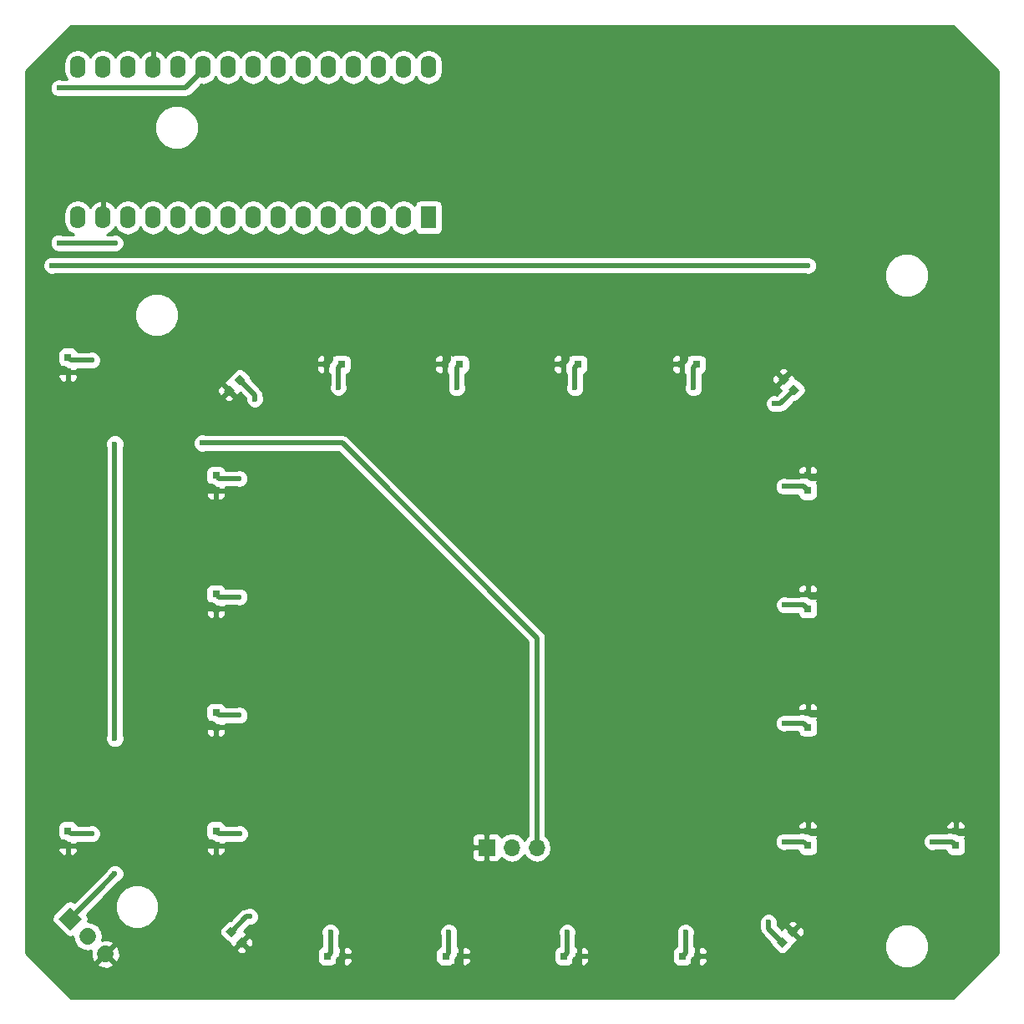
<source format=gbl>
G04 #@! TF.FileFunction,Copper,L2,Bot,Signal*
%FSLAX46Y46*%
G04 Gerber Fmt 4.6, Leading zero omitted, Abs format (unit mm)*
G04 Created by KiCad (PCBNEW 4.0.7) date 12/17/17 18:42:28*
%MOMM*%
%LPD*%
G01*
G04 APERTURE LIST*
%ADD10C,0.100000*%
%ADD11R,0.750000X0.800000*%
%ADD12R,1.700000X1.700000*%
%ADD13O,1.700000X1.700000*%
%ADD14C,1.700000*%
%ADD15R,0.800000X0.750000*%
%ADD16R,1.574800X2.286000*%
%ADD17O,1.574800X2.286000*%
%ADD18C,0.600000*%
%ADD19C,0.500000*%
%ADD20C,0.254000*%
G04 APERTURE END LIST*
D10*
D11*
X110000000Y-97800000D03*
X110000000Y-96300000D03*
X110000000Y-109800000D03*
X110000000Y-108300000D03*
X110000000Y-121800000D03*
X110000000Y-120300000D03*
D12*
X137460000Y-134000000D03*
D13*
X140000000Y-134000000D03*
X142540000Y-134000000D03*
D10*
G36*
X95203949Y-140001867D02*
X96406031Y-141203949D01*
X95203949Y-142406031D01*
X94001867Y-141203949D01*
X95203949Y-140001867D01*
X95203949Y-140001867D01*
G37*
D14*
X97000000Y-143000000D02*
X97000000Y-143000000D01*
X98796051Y-144796051D02*
X98796051Y-144796051D01*
D11*
X110000000Y-133800000D03*
X110000000Y-132300000D03*
D10*
G36*
X112051992Y-143582322D02*
X112582322Y-143051992D01*
X113148008Y-143617678D01*
X112617678Y-144148008D01*
X112051992Y-143582322D01*
X112051992Y-143582322D01*
G37*
G36*
X110991332Y-142521662D02*
X111521662Y-141991332D01*
X112087348Y-142557018D01*
X111557018Y-143087348D01*
X110991332Y-142521662D01*
X110991332Y-142521662D01*
G37*
D15*
X122800000Y-145000000D03*
X121300000Y-145000000D03*
X134800000Y-145000000D03*
X133300000Y-145000000D03*
X146800000Y-145000000D03*
X145300000Y-145000000D03*
X158800000Y-145000000D03*
X157300000Y-145000000D03*
D10*
G36*
X168442982Y-143087348D02*
X167912652Y-142557018D01*
X168478338Y-141991332D01*
X169008668Y-142521662D01*
X168442982Y-143087348D01*
X168442982Y-143087348D01*
G37*
G36*
X167382322Y-144148008D02*
X166851992Y-143617678D01*
X167417678Y-143051992D01*
X167948008Y-143582322D01*
X167382322Y-144148008D01*
X167382322Y-144148008D01*
G37*
D11*
X170000000Y-132300000D03*
X170000000Y-133800000D03*
X170000000Y-120300000D03*
X170000000Y-121800000D03*
X170000000Y-108300000D03*
X170000000Y-109800000D03*
X170000000Y-96300000D03*
X170000000Y-97800000D03*
D10*
G36*
X168087348Y-86557018D02*
X167557018Y-87087348D01*
X166991332Y-86521662D01*
X167521662Y-85991332D01*
X168087348Y-86557018D01*
X168087348Y-86557018D01*
G37*
G36*
X169148008Y-87617678D02*
X168617678Y-88148008D01*
X168051992Y-87582322D01*
X168582322Y-87051992D01*
X169148008Y-87617678D01*
X169148008Y-87617678D01*
G37*
D15*
X157200000Y-85000000D03*
X158700000Y-85000000D03*
X145200000Y-85000000D03*
X146700000Y-85000000D03*
X133200000Y-85000000D03*
X134700000Y-85000000D03*
X121200000Y-85000000D03*
X122700000Y-85000000D03*
D10*
G36*
X111357018Y-87112652D02*
X111887348Y-87642982D01*
X111321662Y-88208668D01*
X110791332Y-87678338D01*
X111357018Y-87112652D01*
X111357018Y-87112652D01*
G37*
G36*
X112417678Y-86051992D02*
X112948008Y-86582322D01*
X112382322Y-87148008D01*
X111851992Y-86617678D01*
X112417678Y-86051992D01*
X112417678Y-86051992D01*
G37*
D11*
X185000000Y-132300000D03*
X185000000Y-133800000D03*
X95000000Y-85800000D03*
X95000000Y-84300000D03*
X95000000Y-133800000D03*
X95000000Y-132300000D03*
D16*
X131550000Y-70120000D03*
D17*
X129010000Y-70120000D03*
X126470000Y-70120000D03*
X123930000Y-70120000D03*
X121390000Y-70120000D03*
X118850000Y-70120000D03*
X116310000Y-70120000D03*
X113770000Y-70120000D03*
X111230000Y-70120000D03*
X108690000Y-70120000D03*
X106150000Y-70120000D03*
X103610000Y-70120000D03*
X101070000Y-70120000D03*
X98530000Y-70120000D03*
X95990000Y-70120000D03*
X95990000Y-54880000D03*
X98530000Y-54880000D03*
X101070000Y-54880000D03*
X103610000Y-54880000D03*
X106150000Y-54880000D03*
X108690000Y-54880000D03*
X111230000Y-54880000D03*
X113770000Y-54880000D03*
X116310000Y-54880000D03*
X118850000Y-54880000D03*
X121390000Y-54880000D03*
X123930000Y-54880000D03*
X126470000Y-54880000D03*
X129010000Y-54880000D03*
X131550000Y-54880000D03*
D18*
X187400000Y-132600000D03*
X92600000Y-85400000D03*
X92600000Y-133400000D03*
X110600000Y-145000000D03*
X122400000Y-147400000D03*
X134400000Y-147400000D03*
X146400000Y-147400000D03*
X158400000Y-147400000D03*
X170000000Y-144400000D03*
X172400000Y-132600000D03*
X172400000Y-120600000D03*
X172400000Y-108600000D03*
X172400000Y-96600000D03*
X169400000Y-85000000D03*
X157600000Y-82600000D03*
X145600000Y-82600000D03*
X133600000Y-82600000D03*
X121600000Y-82649998D03*
X110067564Y-85483400D03*
X107600000Y-97400000D03*
X107649998Y-109400000D03*
X107600000Y-121400000D03*
X107649998Y-133400000D03*
X182600000Y-133400000D03*
X97400000Y-84600000D03*
X97400000Y-132600000D03*
X113400000Y-141000000D03*
X121600000Y-142600000D03*
X133600000Y-142600000D03*
X145600000Y-142600000D03*
X157600000Y-142600000D03*
X166000000Y-141600000D03*
X167600000Y-133400000D03*
X167600000Y-121400000D03*
X167649998Y-109400000D03*
X167600000Y-97400000D03*
X166600000Y-89000000D03*
X158400000Y-87400000D03*
X146400000Y-87400000D03*
X134400000Y-87400000D03*
X122400000Y-87350002D03*
X113932436Y-88516600D03*
X112350002Y-96600000D03*
X112350002Y-108600000D03*
X112350002Y-120600000D03*
X112400000Y-132600000D03*
X99752590Y-93090000D03*
X99752590Y-122950000D03*
X94110000Y-57000000D03*
X99752590Y-136647410D03*
X94100000Y-72700000D03*
X99760000Y-72730000D03*
X108600000Y-93000000D03*
X93400000Y-74990000D03*
X170000000Y-75000000D03*
D19*
X187400000Y-132600000D02*
X185300000Y-132600000D01*
X185300000Y-132600000D02*
X185000000Y-132300000D01*
X92600000Y-85400000D02*
X94600000Y-85400000D01*
X94600000Y-85400000D02*
X95000000Y-85800000D01*
X92600000Y-133400000D02*
X94600000Y-133400000D01*
X94600000Y-133400000D02*
X95000000Y-133800000D01*
X110600000Y-145000000D02*
X111200000Y-145000000D01*
X111200000Y-145000000D02*
X112600000Y-143600000D01*
X122400000Y-147400000D02*
X122400000Y-145400000D01*
X122400000Y-145400000D02*
X122800000Y-145000000D01*
X134400000Y-147400000D02*
X134400000Y-145400000D01*
X134400000Y-145400000D02*
X134800000Y-145000000D01*
X146400000Y-147400000D02*
X146400000Y-145400000D01*
X146400000Y-145400000D02*
X146800000Y-145000000D01*
X158400000Y-147400000D02*
X158400000Y-145400000D01*
X158400000Y-145400000D02*
X158800000Y-145000000D01*
X170000000Y-144400000D02*
X170000000Y-144078680D01*
X170000000Y-144078680D02*
X168460660Y-142539340D01*
X172400000Y-132600000D02*
X170300000Y-132600000D01*
X170300000Y-132600000D02*
X170000000Y-132300000D01*
X172400000Y-120600000D02*
X170300000Y-120600000D01*
X170300000Y-120600000D02*
X170000000Y-120300000D01*
X172400000Y-108600000D02*
X170300000Y-108600000D01*
X170300000Y-108600000D02*
X170000000Y-108300000D01*
X172400000Y-96600000D02*
X170300000Y-96600000D01*
X170300000Y-96600000D02*
X170000000Y-96300000D01*
X169400000Y-85000000D02*
X169078680Y-85000000D01*
X169078680Y-85000000D02*
X167539340Y-86539340D01*
X157600000Y-82600000D02*
X157600000Y-84600000D01*
X157600000Y-84600000D02*
X157200000Y-85000000D01*
X145600000Y-82600000D02*
X145600000Y-84600000D01*
X145600000Y-84600000D02*
X145200000Y-85000000D01*
X133600000Y-82600000D02*
X133600000Y-84600000D01*
X133600000Y-84600000D02*
X133200000Y-85000000D01*
X121600000Y-82649998D02*
X121600000Y-84600000D01*
X121600000Y-84600000D02*
X121200000Y-85000000D01*
X110067564Y-85483400D02*
X110067564Y-86388884D01*
X110067564Y-86388884D02*
X111339340Y-87660660D01*
X107600000Y-97400000D02*
X109600000Y-97400000D01*
X109600000Y-97400000D02*
X110000000Y-97800000D01*
X107649998Y-109400000D02*
X109600000Y-109400000D01*
X109600000Y-109400000D02*
X110000000Y-109800000D01*
X107600000Y-121400000D02*
X109600000Y-121400000D01*
X109600000Y-121400000D02*
X110000000Y-121800000D01*
X107649998Y-133400000D02*
X109600000Y-133400000D01*
X109600000Y-133400000D02*
X110000000Y-133800000D01*
X182600000Y-133400000D02*
X184600000Y-133400000D01*
X184600000Y-133400000D02*
X185000000Y-133800000D01*
X97400000Y-84600000D02*
X95300000Y-84600000D01*
X95300000Y-84600000D02*
X95000000Y-84300000D01*
X97400000Y-132600000D02*
X95300000Y-132600000D01*
X95300000Y-132600000D02*
X95000000Y-132300000D01*
X113400000Y-141000000D02*
X113078680Y-141000000D01*
X113078680Y-141000000D02*
X111539340Y-142539340D01*
X121600000Y-142600000D02*
X121600000Y-144700000D01*
X121600000Y-144700000D02*
X121300000Y-145000000D01*
X133600000Y-142600000D02*
X133600000Y-144700000D01*
X133600000Y-144700000D02*
X133300000Y-145000000D01*
X145600000Y-142600000D02*
X145600000Y-144700000D01*
X145600000Y-144700000D02*
X145300000Y-145000000D01*
X157600000Y-142600000D02*
X157600000Y-144700000D01*
X157600000Y-144700000D02*
X157300000Y-145000000D01*
X166000000Y-141600000D02*
X166000000Y-142200000D01*
X166000000Y-142200000D02*
X167400000Y-143600000D01*
X167600000Y-133400000D02*
X169600000Y-133400000D01*
X169600000Y-133400000D02*
X170000000Y-133800000D01*
X167600000Y-121400000D02*
X169600000Y-121400000D01*
X169600000Y-121400000D02*
X170000000Y-121800000D01*
X167649998Y-109400000D02*
X169600000Y-109400000D01*
X169600000Y-109400000D02*
X170000000Y-109800000D01*
X167600000Y-97400000D02*
X169600000Y-97400000D01*
X169600000Y-97400000D02*
X170000000Y-97800000D01*
X166600000Y-89000000D02*
X167200000Y-89000000D01*
X167200000Y-89000000D02*
X168600000Y-87600000D01*
X158400000Y-87400000D02*
X158400000Y-85300000D01*
X158400000Y-85300000D02*
X158700000Y-85000000D01*
X146400000Y-87400000D02*
X146400000Y-85300000D01*
X146400000Y-85300000D02*
X146700000Y-85000000D01*
X134400000Y-87400000D02*
X134400000Y-85300000D01*
X134400000Y-85300000D02*
X134700000Y-85000000D01*
X122400000Y-87350002D02*
X122400000Y-85300000D01*
X122400000Y-85300000D02*
X122700000Y-85000000D01*
X113932436Y-88516600D02*
X113932436Y-88132436D01*
X113932436Y-88132436D02*
X112400000Y-86600000D01*
X112350002Y-96600000D02*
X110300000Y-96600000D01*
X110300000Y-96600000D02*
X110000000Y-96300000D01*
X112350002Y-108600000D02*
X110300000Y-108600000D01*
X110300000Y-108600000D02*
X110000000Y-108300000D01*
X112350002Y-120600000D02*
X110300000Y-120600000D01*
X110300000Y-120600000D02*
X110000000Y-120300000D01*
X112400000Y-132600000D02*
X110300000Y-132600000D01*
X110300000Y-132600000D02*
X110000000Y-132300000D01*
X99752590Y-122950000D02*
X99752590Y-93090000D01*
X94110000Y-57000000D02*
X106925600Y-57000000D01*
X106925600Y-57000000D02*
X108690000Y-55235600D01*
X108690000Y-55235600D02*
X108690000Y-54880000D01*
X99760000Y-72730000D02*
X94130000Y-72730000D01*
X94130000Y-72730000D02*
X94100000Y-72700000D01*
X99752590Y-72737410D02*
X99760000Y-72730000D01*
X95203949Y-141203949D02*
X98150001Y-138257897D01*
X98150001Y-138257897D02*
X98150001Y-138249999D01*
X98150001Y-138249999D02*
X99752590Y-136647410D01*
X122800000Y-93000000D02*
X142540000Y-112740000D01*
X142540000Y-112740000D02*
X142540000Y-134000000D01*
X108600000Y-93000000D02*
X122800000Y-93000000D01*
X170000000Y-75000000D02*
X93410000Y-75000000D01*
X93410000Y-75000000D02*
X93400000Y-74990000D01*
X118770000Y-70120000D02*
X118725600Y-70120000D01*
D20*
G36*
X189290000Y-55294092D02*
X189290000Y-144705908D01*
X184705908Y-149290000D01*
X95294092Y-149290000D01*
X91823436Y-145819344D01*
X97952363Y-145819344D01*
X98029133Y-146067688D01*
X98439159Y-146237537D01*
X99017959Y-146264387D01*
X99562975Y-146067696D01*
X99640209Y-145819814D01*
X98796051Y-144975656D01*
X97952363Y-145819344D01*
X91823436Y-145819344D01*
X90710000Y-144705908D01*
X90710000Y-141195005D01*
X93354489Y-141195005D01*
X93402013Y-141447576D01*
X93544058Y-141661758D01*
X94746140Y-142863840D01*
X94943843Y-142998925D01*
X95195005Y-143053409D01*
X95447576Y-143005885D01*
X95504912Y-142967860D01*
X95494427Y-143020572D01*
X95607467Y-143588857D01*
X95929374Y-144070626D01*
X96411143Y-144392533D01*
X96979428Y-144505573D01*
X97381311Y-144425633D01*
X97327715Y-144574143D01*
X97354565Y-145152943D01*
X97524414Y-145562969D01*
X97772758Y-145639739D01*
X98616446Y-144796051D01*
X98975656Y-144796051D01*
X99819814Y-145640209D01*
X100067696Y-145562975D01*
X100264387Y-145017959D01*
X100237537Y-144439159D01*
X100176465Y-144291727D01*
X112087878Y-144291727D01*
X112087878Y-144516234D01*
X112257979Y-144686335D01*
X112491368Y-144783007D01*
X112743987Y-144783008D01*
X112977376Y-144686335D01*
X113038711Y-144625000D01*
X120252560Y-144625000D01*
X120252560Y-145375000D01*
X120296838Y-145610317D01*
X120435910Y-145826441D01*
X120648110Y-145971431D01*
X120900000Y-146022440D01*
X121700000Y-146022440D01*
X121935317Y-145978162D01*
X122038646Y-145911671D01*
X122040302Y-145913327D01*
X122273691Y-146010000D01*
X122514250Y-146010000D01*
X122673000Y-145851250D01*
X122673000Y-145127000D01*
X122927000Y-145127000D01*
X122927000Y-145851250D01*
X123085750Y-146010000D01*
X123326309Y-146010000D01*
X123559698Y-145913327D01*
X123738327Y-145734699D01*
X123835000Y-145501310D01*
X123835000Y-145285750D01*
X123676250Y-145127000D01*
X122927000Y-145127000D01*
X122673000Y-145127000D01*
X122653000Y-145127000D01*
X122653000Y-144873000D01*
X122673000Y-144873000D01*
X122673000Y-144148750D01*
X122927000Y-144148750D01*
X122927000Y-144873000D01*
X123676250Y-144873000D01*
X123835000Y-144714250D01*
X123835000Y-144625000D01*
X132252560Y-144625000D01*
X132252560Y-145375000D01*
X132296838Y-145610317D01*
X132435910Y-145826441D01*
X132648110Y-145971431D01*
X132900000Y-146022440D01*
X133700000Y-146022440D01*
X133935317Y-145978162D01*
X134038646Y-145911671D01*
X134040302Y-145913327D01*
X134273691Y-146010000D01*
X134514250Y-146010000D01*
X134673000Y-145851250D01*
X134673000Y-145127000D01*
X134927000Y-145127000D01*
X134927000Y-145851250D01*
X135085750Y-146010000D01*
X135326309Y-146010000D01*
X135559698Y-145913327D01*
X135738327Y-145734699D01*
X135835000Y-145501310D01*
X135835000Y-145285750D01*
X135676250Y-145127000D01*
X134927000Y-145127000D01*
X134673000Y-145127000D01*
X134653000Y-145127000D01*
X134653000Y-144873000D01*
X134673000Y-144873000D01*
X134673000Y-144148750D01*
X134927000Y-144148750D01*
X134927000Y-144873000D01*
X135676250Y-144873000D01*
X135835000Y-144714250D01*
X135835000Y-144625000D01*
X144252560Y-144625000D01*
X144252560Y-145375000D01*
X144296838Y-145610317D01*
X144435910Y-145826441D01*
X144648110Y-145971431D01*
X144900000Y-146022440D01*
X145700000Y-146022440D01*
X145935317Y-145978162D01*
X146038646Y-145911671D01*
X146040302Y-145913327D01*
X146273691Y-146010000D01*
X146514250Y-146010000D01*
X146673000Y-145851250D01*
X146673000Y-145127000D01*
X146927000Y-145127000D01*
X146927000Y-145851250D01*
X147085750Y-146010000D01*
X147326309Y-146010000D01*
X147559698Y-145913327D01*
X147738327Y-145734699D01*
X147835000Y-145501310D01*
X147835000Y-145285750D01*
X147676250Y-145127000D01*
X146927000Y-145127000D01*
X146673000Y-145127000D01*
X146653000Y-145127000D01*
X146653000Y-144873000D01*
X146673000Y-144873000D01*
X146673000Y-144148750D01*
X146927000Y-144148750D01*
X146927000Y-144873000D01*
X147676250Y-144873000D01*
X147835000Y-144714250D01*
X147835000Y-144625000D01*
X156252560Y-144625000D01*
X156252560Y-145375000D01*
X156296838Y-145610317D01*
X156435910Y-145826441D01*
X156648110Y-145971431D01*
X156900000Y-146022440D01*
X157700000Y-146022440D01*
X157935317Y-145978162D01*
X158038646Y-145911671D01*
X158040302Y-145913327D01*
X158273691Y-146010000D01*
X158514250Y-146010000D01*
X158673000Y-145851250D01*
X158673000Y-145127000D01*
X158927000Y-145127000D01*
X158927000Y-145851250D01*
X159085750Y-146010000D01*
X159326309Y-146010000D01*
X159559698Y-145913327D01*
X159738327Y-145734699D01*
X159835000Y-145501310D01*
X159835000Y-145285750D01*
X159676250Y-145127000D01*
X158927000Y-145127000D01*
X158673000Y-145127000D01*
X158653000Y-145127000D01*
X158653000Y-144873000D01*
X158673000Y-144873000D01*
X158673000Y-144148750D01*
X158927000Y-144148750D01*
X158927000Y-144873000D01*
X159676250Y-144873000D01*
X159835000Y-144714250D01*
X159835000Y-144498690D01*
X159738327Y-144265301D01*
X159559698Y-144086673D01*
X159326309Y-143990000D01*
X159085750Y-143990000D01*
X158927000Y-144148750D01*
X158673000Y-144148750D01*
X158514250Y-143990000D01*
X158485000Y-143990000D01*
X158485000Y-142906822D01*
X158534838Y-142786799D01*
X158535162Y-142414833D01*
X158393117Y-142071057D01*
X158130327Y-141807808D01*
X158075802Y-141785167D01*
X165064838Y-141785167D01*
X165115000Y-141906569D01*
X165115000Y-142199995D01*
X165114999Y-142200000D01*
X165158163Y-142416993D01*
X165182367Y-142538675D01*
X165313966Y-142735628D01*
X165374210Y-142825790D01*
X166215614Y-143667193D01*
X166252138Y-143861305D01*
X166394183Y-144075487D01*
X166924513Y-144605817D01*
X167122216Y-144740902D01*
X167373378Y-144795386D01*
X167625949Y-144747862D01*
X167840131Y-144605817D01*
X168003329Y-144442619D01*
X177764613Y-144442619D01*
X178104155Y-145264372D01*
X178732321Y-145893636D01*
X179553481Y-146234611D01*
X180442619Y-146235387D01*
X181264372Y-145895845D01*
X181893636Y-145267679D01*
X182234611Y-144446519D01*
X182235387Y-143557381D01*
X181895845Y-142735628D01*
X181267679Y-142106364D01*
X180446519Y-141765389D01*
X179557381Y-141764613D01*
X178735628Y-142104155D01*
X178106364Y-142732321D01*
X177765389Y-143553481D01*
X177764613Y-144442619D01*
X168003329Y-144442619D01*
X168405817Y-144040131D01*
X168540902Y-143842428D01*
X168566951Y-143722347D01*
X168569292Y-143722347D01*
X168802681Y-143625675D01*
X168972782Y-143455574D01*
X168972782Y-143231067D01*
X168460660Y-142718945D01*
X168446518Y-142733088D01*
X168266913Y-142553483D01*
X168281055Y-142539340D01*
X168640265Y-142539340D01*
X169152387Y-143051462D01*
X169376894Y-143051462D01*
X169546995Y-142881361D01*
X169643667Y-142647972D01*
X169643668Y-142395353D01*
X169546995Y-142161964D01*
X169394571Y-142009540D01*
X169170065Y-142009540D01*
X168640265Y-142539340D01*
X168281055Y-142539340D01*
X167768933Y-142027218D01*
X167544426Y-142027218D01*
X167374325Y-142197319D01*
X167337589Y-142286009D01*
X166906536Y-141854957D01*
X166934838Y-141786799D01*
X166934980Y-141623106D01*
X167948538Y-141623106D01*
X167948538Y-141847613D01*
X168460660Y-142359735D01*
X168990460Y-141829935D01*
X168990460Y-141605429D01*
X168838036Y-141453005D01*
X168604647Y-141356332D01*
X168352028Y-141356333D01*
X168118639Y-141453005D01*
X167948538Y-141623106D01*
X166934980Y-141623106D01*
X166935162Y-141414833D01*
X166793117Y-141071057D01*
X166530327Y-140807808D01*
X166186799Y-140665162D01*
X165814833Y-140664838D01*
X165471057Y-140806883D01*
X165207808Y-141069673D01*
X165065162Y-141413201D01*
X165064838Y-141785167D01*
X158075802Y-141785167D01*
X157786799Y-141665162D01*
X157414833Y-141664838D01*
X157071057Y-141806883D01*
X156807808Y-142069673D01*
X156665162Y-142413201D01*
X156664838Y-142785167D01*
X156715000Y-142906569D01*
X156715000Y-144012370D01*
X156664683Y-144021838D01*
X156448559Y-144160910D01*
X156303569Y-144373110D01*
X156252560Y-144625000D01*
X147835000Y-144625000D01*
X147835000Y-144498690D01*
X147738327Y-144265301D01*
X147559698Y-144086673D01*
X147326309Y-143990000D01*
X147085750Y-143990000D01*
X146927000Y-144148750D01*
X146673000Y-144148750D01*
X146514250Y-143990000D01*
X146485000Y-143990000D01*
X146485000Y-142906822D01*
X146534838Y-142786799D01*
X146535162Y-142414833D01*
X146393117Y-142071057D01*
X146130327Y-141807808D01*
X145786799Y-141665162D01*
X145414833Y-141664838D01*
X145071057Y-141806883D01*
X144807808Y-142069673D01*
X144665162Y-142413201D01*
X144664838Y-142785167D01*
X144715000Y-142906569D01*
X144715000Y-144012370D01*
X144664683Y-144021838D01*
X144448559Y-144160910D01*
X144303569Y-144373110D01*
X144252560Y-144625000D01*
X135835000Y-144625000D01*
X135835000Y-144498690D01*
X135738327Y-144265301D01*
X135559698Y-144086673D01*
X135326309Y-143990000D01*
X135085750Y-143990000D01*
X134927000Y-144148750D01*
X134673000Y-144148750D01*
X134514250Y-143990000D01*
X134485000Y-143990000D01*
X134485000Y-142906822D01*
X134534838Y-142786799D01*
X134535162Y-142414833D01*
X134393117Y-142071057D01*
X134130327Y-141807808D01*
X133786799Y-141665162D01*
X133414833Y-141664838D01*
X133071057Y-141806883D01*
X132807808Y-142069673D01*
X132665162Y-142413201D01*
X132664838Y-142785167D01*
X132715000Y-142906569D01*
X132715000Y-144012370D01*
X132664683Y-144021838D01*
X132448559Y-144160910D01*
X132303569Y-144373110D01*
X132252560Y-144625000D01*
X123835000Y-144625000D01*
X123835000Y-144498690D01*
X123738327Y-144265301D01*
X123559698Y-144086673D01*
X123326309Y-143990000D01*
X123085750Y-143990000D01*
X122927000Y-144148750D01*
X122673000Y-144148750D01*
X122514250Y-143990000D01*
X122485000Y-143990000D01*
X122485000Y-142906822D01*
X122534838Y-142786799D01*
X122535162Y-142414833D01*
X122393117Y-142071057D01*
X122130327Y-141807808D01*
X121786799Y-141665162D01*
X121414833Y-141664838D01*
X121071057Y-141806883D01*
X120807808Y-142069673D01*
X120665162Y-142413201D01*
X120664838Y-142785167D01*
X120715000Y-142906569D01*
X120715000Y-144012370D01*
X120664683Y-144021838D01*
X120448559Y-144160910D01*
X120303569Y-144373110D01*
X120252560Y-144625000D01*
X113038711Y-144625000D01*
X113129800Y-144533911D01*
X113129800Y-144309405D01*
X112600000Y-143779605D01*
X112087878Y-144291727D01*
X100176465Y-144291727D01*
X100067688Y-144029133D01*
X99819344Y-143952363D01*
X98975656Y-144796051D01*
X98616446Y-144796051D01*
X98602304Y-144781909D01*
X98781909Y-144602304D01*
X98796051Y-144616446D01*
X99639739Y-143772758D01*
X99562969Y-143524414D01*
X99152943Y-143354565D01*
X98574143Y-143327715D01*
X98425632Y-143381311D01*
X98505572Y-142979428D01*
X98412738Y-142512718D01*
X110343954Y-142512718D01*
X110391478Y-142765289D01*
X110533523Y-142979471D01*
X111099209Y-143545157D01*
X111296912Y-143680242D01*
X111416993Y-143706291D01*
X111416993Y-143708632D01*
X111513665Y-143942021D01*
X111683766Y-144112122D01*
X111908273Y-144112122D01*
X112420395Y-143600000D01*
X112779605Y-143600000D01*
X113309405Y-144129800D01*
X113533911Y-144129800D01*
X113686335Y-143977376D01*
X113783008Y-143743987D01*
X113783007Y-143491368D01*
X113686335Y-143257979D01*
X113516234Y-143087878D01*
X113291727Y-143087878D01*
X112779605Y-143600000D01*
X112420395Y-143600000D01*
X112406253Y-143585858D01*
X112585858Y-143406253D01*
X112600000Y-143420395D01*
X113112122Y-142908273D01*
X113112122Y-142683766D01*
X112942021Y-142513665D01*
X112853331Y-142476929D01*
X113395263Y-141934997D01*
X113585167Y-141935162D01*
X113928943Y-141793117D01*
X114192192Y-141530327D01*
X114334838Y-141186799D01*
X114335162Y-140814833D01*
X114193117Y-140471057D01*
X113930327Y-140207808D01*
X113586799Y-140065162D01*
X113214833Y-140064838D01*
X113093431Y-140115000D01*
X113078685Y-140115000D01*
X113078680Y-140114999D01*
X112740006Y-140182366D01*
X112644734Y-140246025D01*
X112452890Y-140374210D01*
X112452888Y-140374213D01*
X111472147Y-141354954D01*
X111278035Y-141391478D01*
X111063853Y-141533523D01*
X110533523Y-142063853D01*
X110398438Y-142261556D01*
X110343954Y-142512718D01*
X98412738Y-142512718D01*
X98392533Y-142411144D01*
X98070625Y-141929375D01*
X97588856Y-141607467D01*
X97020572Y-141494428D01*
X96971503Y-141504188D01*
X96998925Y-141464055D01*
X97053409Y-141212893D01*
X97005885Y-140960322D01*
X96883577Y-140775901D01*
X97216858Y-140442619D01*
X99764613Y-140442619D01*
X100104155Y-141264372D01*
X100732321Y-141893636D01*
X101553481Y-142234611D01*
X102442619Y-142235387D01*
X103264372Y-141895845D01*
X103893636Y-141267679D01*
X104234611Y-140446519D01*
X104235387Y-139557381D01*
X103895845Y-138735628D01*
X103267679Y-138106364D01*
X102446519Y-137765389D01*
X101557381Y-137764613D01*
X100735628Y-138104155D01*
X100106364Y-138732321D01*
X99765389Y-139553481D01*
X99764613Y-140442619D01*
X97216858Y-140442619D01*
X98775788Y-138883689D01*
X98775791Y-138883687D01*
X98791695Y-138859885D01*
X100161424Y-137490155D01*
X100281533Y-137440527D01*
X100544782Y-137177737D01*
X100687428Y-136834209D01*
X100687752Y-136462243D01*
X100545707Y-136118467D01*
X100282917Y-135855218D01*
X99939389Y-135712572D01*
X99567423Y-135712248D01*
X99223647Y-135854293D01*
X98960398Y-136117083D01*
X98910024Y-136238397D01*
X97524211Y-137624209D01*
X97508305Y-137648014D01*
X95632352Y-139523966D01*
X95464055Y-139408973D01*
X95212893Y-139354489D01*
X94960322Y-139402013D01*
X94746140Y-139544058D01*
X93544058Y-140746140D01*
X93408973Y-140943843D01*
X93354489Y-141195005D01*
X90710000Y-141195005D01*
X90710000Y-134085750D01*
X93990000Y-134085750D01*
X93990000Y-134326309D01*
X94086673Y-134559698D01*
X94265301Y-134738327D01*
X94498690Y-134835000D01*
X94714250Y-134835000D01*
X94873000Y-134676250D01*
X94873000Y-133927000D01*
X95127000Y-133927000D01*
X95127000Y-134676250D01*
X95285750Y-134835000D01*
X95501310Y-134835000D01*
X95734699Y-134738327D01*
X95913327Y-134559698D01*
X96010000Y-134326309D01*
X96010000Y-134085750D01*
X108990000Y-134085750D01*
X108990000Y-134326309D01*
X109086673Y-134559698D01*
X109265301Y-134738327D01*
X109498690Y-134835000D01*
X109714250Y-134835000D01*
X109873000Y-134676250D01*
X109873000Y-133927000D01*
X110127000Y-133927000D01*
X110127000Y-134676250D01*
X110285750Y-134835000D01*
X110501310Y-134835000D01*
X110734699Y-134738327D01*
X110913327Y-134559698D01*
X111010000Y-134326309D01*
X111010000Y-134285750D01*
X135975000Y-134285750D01*
X135975000Y-134976309D01*
X136071673Y-135209698D01*
X136250301Y-135388327D01*
X136483690Y-135485000D01*
X137174250Y-135485000D01*
X137333000Y-135326250D01*
X137333000Y-134127000D01*
X136133750Y-134127000D01*
X135975000Y-134285750D01*
X111010000Y-134285750D01*
X111010000Y-134085750D01*
X110851250Y-133927000D01*
X110127000Y-133927000D01*
X109873000Y-133927000D01*
X109148750Y-133927000D01*
X108990000Y-134085750D01*
X96010000Y-134085750D01*
X95851250Y-133927000D01*
X95127000Y-133927000D01*
X94873000Y-133927000D01*
X94148750Y-133927000D01*
X93990000Y-134085750D01*
X90710000Y-134085750D01*
X90710000Y-131900000D01*
X93977560Y-131900000D01*
X93977560Y-132700000D01*
X94021838Y-132935317D01*
X94088329Y-133038646D01*
X94086673Y-133040302D01*
X93990000Y-133273691D01*
X93990000Y-133514250D01*
X94148750Y-133673000D01*
X94873000Y-133673000D01*
X94873000Y-133653000D01*
X95127000Y-133653000D01*
X95127000Y-133673000D01*
X95851250Y-133673000D01*
X96010000Y-133514250D01*
X96010000Y-133485000D01*
X97093178Y-133485000D01*
X97213201Y-133534838D01*
X97585167Y-133535162D01*
X97928943Y-133393117D01*
X98192192Y-133130327D01*
X98334838Y-132786799D01*
X98335162Y-132414833D01*
X98193117Y-132071057D01*
X98022359Y-131900000D01*
X108977560Y-131900000D01*
X108977560Y-132700000D01*
X109021838Y-132935317D01*
X109088329Y-133038646D01*
X109086673Y-133040302D01*
X108990000Y-133273691D01*
X108990000Y-133514250D01*
X109148750Y-133673000D01*
X109873000Y-133673000D01*
X109873000Y-133653000D01*
X110127000Y-133653000D01*
X110127000Y-133673000D01*
X110851250Y-133673000D01*
X111010000Y-133514250D01*
X111010000Y-133485000D01*
X112093178Y-133485000D01*
X112213201Y-133534838D01*
X112585167Y-133535162D01*
X112928943Y-133393117D01*
X113192192Y-133130327D01*
X113236471Y-133023691D01*
X135975000Y-133023691D01*
X135975000Y-133714250D01*
X136133750Y-133873000D01*
X137333000Y-133873000D01*
X137333000Y-132673750D01*
X137174250Y-132515000D01*
X136483690Y-132515000D01*
X136250301Y-132611673D01*
X136071673Y-132790302D01*
X135975000Y-133023691D01*
X113236471Y-133023691D01*
X113334838Y-132786799D01*
X113335162Y-132414833D01*
X113193117Y-132071057D01*
X112930327Y-131807808D01*
X112586799Y-131665162D01*
X112214833Y-131664838D01*
X112093431Y-131715000D01*
X110987630Y-131715000D01*
X110978162Y-131664683D01*
X110839090Y-131448559D01*
X110626890Y-131303569D01*
X110375000Y-131252560D01*
X109625000Y-131252560D01*
X109389683Y-131296838D01*
X109173559Y-131435910D01*
X109028569Y-131648110D01*
X108977560Y-131900000D01*
X98022359Y-131900000D01*
X97930327Y-131807808D01*
X97586799Y-131665162D01*
X97214833Y-131664838D01*
X97093431Y-131715000D01*
X95987630Y-131715000D01*
X95978162Y-131664683D01*
X95839090Y-131448559D01*
X95626890Y-131303569D01*
X95375000Y-131252560D01*
X94625000Y-131252560D01*
X94389683Y-131296838D01*
X94173559Y-131435910D01*
X94028569Y-131648110D01*
X93977560Y-131900000D01*
X90710000Y-131900000D01*
X90710000Y-93275167D01*
X98817428Y-93275167D01*
X98867590Y-93396569D01*
X98867590Y-122643178D01*
X98817752Y-122763201D01*
X98817428Y-123135167D01*
X98959473Y-123478943D01*
X99222263Y-123742192D01*
X99565791Y-123884838D01*
X99937757Y-123885162D01*
X100281533Y-123743117D01*
X100544782Y-123480327D01*
X100687428Y-123136799D01*
X100687752Y-122764833D01*
X100637590Y-122643431D01*
X100637590Y-122085750D01*
X108990000Y-122085750D01*
X108990000Y-122326309D01*
X109086673Y-122559698D01*
X109265301Y-122738327D01*
X109498690Y-122835000D01*
X109714250Y-122835000D01*
X109873000Y-122676250D01*
X109873000Y-121927000D01*
X110127000Y-121927000D01*
X110127000Y-122676250D01*
X110285750Y-122835000D01*
X110501310Y-122835000D01*
X110734699Y-122738327D01*
X110913327Y-122559698D01*
X111010000Y-122326309D01*
X111010000Y-122085750D01*
X110851250Y-121927000D01*
X110127000Y-121927000D01*
X109873000Y-121927000D01*
X109148750Y-121927000D01*
X108990000Y-122085750D01*
X100637590Y-122085750D01*
X100637590Y-119900000D01*
X108977560Y-119900000D01*
X108977560Y-120700000D01*
X109021838Y-120935317D01*
X109088329Y-121038646D01*
X109086673Y-121040302D01*
X108990000Y-121273691D01*
X108990000Y-121514250D01*
X109148750Y-121673000D01*
X109873000Y-121673000D01*
X109873000Y-121653000D01*
X110127000Y-121653000D01*
X110127000Y-121673000D01*
X110851250Y-121673000D01*
X111010000Y-121514250D01*
X111010000Y-121485000D01*
X112043180Y-121485000D01*
X112163203Y-121534838D01*
X112535169Y-121535162D01*
X112878945Y-121393117D01*
X113142194Y-121130327D01*
X113284840Y-120786799D01*
X113285164Y-120414833D01*
X113143119Y-120071057D01*
X112880329Y-119807808D01*
X112536801Y-119665162D01*
X112164835Y-119664838D01*
X112043433Y-119715000D01*
X110987630Y-119715000D01*
X110978162Y-119664683D01*
X110839090Y-119448559D01*
X110626890Y-119303569D01*
X110375000Y-119252560D01*
X109625000Y-119252560D01*
X109389683Y-119296838D01*
X109173559Y-119435910D01*
X109028569Y-119648110D01*
X108977560Y-119900000D01*
X100637590Y-119900000D01*
X100637590Y-110085750D01*
X108990000Y-110085750D01*
X108990000Y-110326309D01*
X109086673Y-110559698D01*
X109265301Y-110738327D01*
X109498690Y-110835000D01*
X109714250Y-110835000D01*
X109873000Y-110676250D01*
X109873000Y-109927000D01*
X110127000Y-109927000D01*
X110127000Y-110676250D01*
X110285750Y-110835000D01*
X110501310Y-110835000D01*
X110734699Y-110738327D01*
X110913327Y-110559698D01*
X111010000Y-110326309D01*
X111010000Y-110085750D01*
X110851250Y-109927000D01*
X110127000Y-109927000D01*
X109873000Y-109927000D01*
X109148750Y-109927000D01*
X108990000Y-110085750D01*
X100637590Y-110085750D01*
X100637590Y-107900000D01*
X108977560Y-107900000D01*
X108977560Y-108700000D01*
X109021838Y-108935317D01*
X109088329Y-109038646D01*
X109086673Y-109040302D01*
X108990000Y-109273691D01*
X108990000Y-109514250D01*
X109148750Y-109673000D01*
X109873000Y-109673000D01*
X109873000Y-109653000D01*
X110127000Y-109653000D01*
X110127000Y-109673000D01*
X110851250Y-109673000D01*
X111010000Y-109514250D01*
X111010000Y-109485000D01*
X112043180Y-109485000D01*
X112163203Y-109534838D01*
X112535169Y-109535162D01*
X112878945Y-109393117D01*
X113142194Y-109130327D01*
X113284840Y-108786799D01*
X113285164Y-108414833D01*
X113143119Y-108071057D01*
X112880329Y-107807808D01*
X112536801Y-107665162D01*
X112164835Y-107664838D01*
X112043433Y-107715000D01*
X110987630Y-107715000D01*
X110978162Y-107664683D01*
X110839090Y-107448559D01*
X110626890Y-107303569D01*
X110375000Y-107252560D01*
X109625000Y-107252560D01*
X109389683Y-107296838D01*
X109173559Y-107435910D01*
X109028569Y-107648110D01*
X108977560Y-107900000D01*
X100637590Y-107900000D01*
X100637590Y-98085750D01*
X108990000Y-98085750D01*
X108990000Y-98326309D01*
X109086673Y-98559698D01*
X109265301Y-98738327D01*
X109498690Y-98835000D01*
X109714250Y-98835000D01*
X109873000Y-98676250D01*
X109873000Y-97927000D01*
X110127000Y-97927000D01*
X110127000Y-98676250D01*
X110285750Y-98835000D01*
X110501310Y-98835000D01*
X110734699Y-98738327D01*
X110913327Y-98559698D01*
X111010000Y-98326309D01*
X111010000Y-98085750D01*
X110851250Y-97927000D01*
X110127000Y-97927000D01*
X109873000Y-97927000D01*
X109148750Y-97927000D01*
X108990000Y-98085750D01*
X100637590Y-98085750D01*
X100637590Y-95900000D01*
X108977560Y-95900000D01*
X108977560Y-96700000D01*
X109021838Y-96935317D01*
X109088329Y-97038646D01*
X109086673Y-97040302D01*
X108990000Y-97273691D01*
X108990000Y-97514250D01*
X109148750Y-97673000D01*
X109873000Y-97673000D01*
X109873000Y-97653000D01*
X110127000Y-97653000D01*
X110127000Y-97673000D01*
X110851250Y-97673000D01*
X111010000Y-97514250D01*
X111010000Y-97485000D01*
X112043180Y-97485000D01*
X112163203Y-97534838D01*
X112535169Y-97535162D01*
X112878945Y-97393117D01*
X113142194Y-97130327D01*
X113284840Y-96786799D01*
X113285164Y-96414833D01*
X113143119Y-96071057D01*
X112880329Y-95807808D01*
X112536801Y-95665162D01*
X112164835Y-95664838D01*
X112043433Y-95715000D01*
X110987630Y-95715000D01*
X110978162Y-95664683D01*
X110839090Y-95448559D01*
X110626890Y-95303569D01*
X110375000Y-95252560D01*
X109625000Y-95252560D01*
X109389683Y-95296838D01*
X109173559Y-95435910D01*
X109028569Y-95648110D01*
X108977560Y-95900000D01*
X100637590Y-95900000D01*
X100637590Y-93396822D01*
X100687428Y-93276799D01*
X100687507Y-93185167D01*
X107664838Y-93185167D01*
X107806883Y-93528943D01*
X108069673Y-93792192D01*
X108413201Y-93934838D01*
X108785167Y-93935162D01*
X108906569Y-93885000D01*
X122433420Y-93885000D01*
X141655000Y-113106579D01*
X141655000Y-132810568D01*
X141489946Y-132920853D01*
X141270000Y-133250026D01*
X141050054Y-132920853D01*
X140568285Y-132598946D01*
X140000000Y-132485907D01*
X139431715Y-132598946D01*
X138949946Y-132920853D01*
X138920597Y-132964777D01*
X138848327Y-132790302D01*
X138669699Y-132611673D01*
X138436310Y-132515000D01*
X137745750Y-132515000D01*
X137587000Y-132673750D01*
X137587000Y-133873000D01*
X137607000Y-133873000D01*
X137607000Y-134127000D01*
X137587000Y-134127000D01*
X137587000Y-135326250D01*
X137745750Y-135485000D01*
X138436310Y-135485000D01*
X138669699Y-135388327D01*
X138848327Y-135209698D01*
X138920597Y-135035223D01*
X138949946Y-135079147D01*
X139431715Y-135401054D01*
X140000000Y-135514093D01*
X140568285Y-135401054D01*
X141050054Y-135079147D01*
X141270000Y-134749974D01*
X141489946Y-135079147D01*
X141971715Y-135401054D01*
X142540000Y-135514093D01*
X143108285Y-135401054D01*
X143590054Y-135079147D01*
X143911961Y-134597378D01*
X144025000Y-134029093D01*
X144025000Y-133970907D01*
X143948272Y-133585167D01*
X166664838Y-133585167D01*
X166806883Y-133928943D01*
X167069673Y-134192192D01*
X167413201Y-134334838D01*
X167785167Y-134335162D01*
X167906569Y-134285000D01*
X168993554Y-134285000D01*
X169021838Y-134435317D01*
X169160910Y-134651441D01*
X169373110Y-134796431D01*
X169625000Y-134847440D01*
X170375000Y-134847440D01*
X170610317Y-134803162D01*
X170826441Y-134664090D01*
X170971431Y-134451890D01*
X171022440Y-134200000D01*
X171022440Y-133585167D01*
X181664838Y-133585167D01*
X181806883Y-133928943D01*
X182069673Y-134192192D01*
X182413201Y-134334838D01*
X182785167Y-134335162D01*
X182906569Y-134285000D01*
X183993554Y-134285000D01*
X184021838Y-134435317D01*
X184160910Y-134651441D01*
X184373110Y-134796431D01*
X184625000Y-134847440D01*
X185375000Y-134847440D01*
X185610317Y-134803162D01*
X185826441Y-134664090D01*
X185971431Y-134451890D01*
X186022440Y-134200000D01*
X186022440Y-133400000D01*
X185978162Y-133164683D01*
X185911671Y-133061354D01*
X185913327Y-133059698D01*
X186010000Y-132826309D01*
X186010000Y-132585750D01*
X185851250Y-132427000D01*
X185127000Y-132427000D01*
X185127000Y-132447000D01*
X184873000Y-132447000D01*
X184873000Y-132427000D01*
X184148750Y-132427000D01*
X184060750Y-132515000D01*
X182906822Y-132515000D01*
X182786799Y-132465162D01*
X182414833Y-132464838D01*
X182071057Y-132606883D01*
X181807808Y-132869673D01*
X181665162Y-133213201D01*
X181664838Y-133585167D01*
X171022440Y-133585167D01*
X171022440Y-133400000D01*
X170978162Y-133164683D01*
X170911671Y-133061354D01*
X170913327Y-133059698D01*
X171010000Y-132826309D01*
X171010000Y-132585750D01*
X170851250Y-132427000D01*
X170127000Y-132427000D01*
X170127000Y-132447000D01*
X169873000Y-132447000D01*
X169873000Y-132427000D01*
X169148750Y-132427000D01*
X169060750Y-132515000D01*
X167906822Y-132515000D01*
X167786799Y-132465162D01*
X167414833Y-132464838D01*
X167071057Y-132606883D01*
X166807808Y-132869673D01*
X166665162Y-133213201D01*
X166664838Y-133585167D01*
X143948272Y-133585167D01*
X143911961Y-133402622D01*
X143590054Y-132920853D01*
X143425000Y-132810568D01*
X143425000Y-131773691D01*
X168990000Y-131773691D01*
X168990000Y-132014250D01*
X169148750Y-132173000D01*
X169873000Y-132173000D01*
X169873000Y-131423750D01*
X170127000Y-131423750D01*
X170127000Y-132173000D01*
X170851250Y-132173000D01*
X171010000Y-132014250D01*
X171010000Y-131773691D01*
X183990000Y-131773691D01*
X183990000Y-132014250D01*
X184148750Y-132173000D01*
X184873000Y-132173000D01*
X184873000Y-131423750D01*
X185127000Y-131423750D01*
X185127000Y-132173000D01*
X185851250Y-132173000D01*
X186010000Y-132014250D01*
X186010000Y-131773691D01*
X185913327Y-131540302D01*
X185734699Y-131361673D01*
X185501310Y-131265000D01*
X185285750Y-131265000D01*
X185127000Y-131423750D01*
X184873000Y-131423750D01*
X184714250Y-131265000D01*
X184498690Y-131265000D01*
X184265301Y-131361673D01*
X184086673Y-131540302D01*
X183990000Y-131773691D01*
X171010000Y-131773691D01*
X170913327Y-131540302D01*
X170734699Y-131361673D01*
X170501310Y-131265000D01*
X170285750Y-131265000D01*
X170127000Y-131423750D01*
X169873000Y-131423750D01*
X169714250Y-131265000D01*
X169498690Y-131265000D01*
X169265301Y-131361673D01*
X169086673Y-131540302D01*
X168990000Y-131773691D01*
X143425000Y-131773691D01*
X143425000Y-121585167D01*
X166664838Y-121585167D01*
X166806883Y-121928943D01*
X167069673Y-122192192D01*
X167413201Y-122334838D01*
X167785167Y-122335162D01*
X167906569Y-122285000D01*
X168993554Y-122285000D01*
X169021838Y-122435317D01*
X169160910Y-122651441D01*
X169373110Y-122796431D01*
X169625000Y-122847440D01*
X170375000Y-122847440D01*
X170610317Y-122803162D01*
X170826441Y-122664090D01*
X170971431Y-122451890D01*
X171022440Y-122200000D01*
X171022440Y-121400000D01*
X170978162Y-121164683D01*
X170911671Y-121061354D01*
X170913327Y-121059698D01*
X171010000Y-120826309D01*
X171010000Y-120585750D01*
X170851250Y-120427000D01*
X170127000Y-120427000D01*
X170127000Y-120447000D01*
X169873000Y-120447000D01*
X169873000Y-120427000D01*
X169148750Y-120427000D01*
X169060750Y-120515000D01*
X167906822Y-120515000D01*
X167786799Y-120465162D01*
X167414833Y-120464838D01*
X167071057Y-120606883D01*
X166807808Y-120869673D01*
X166665162Y-121213201D01*
X166664838Y-121585167D01*
X143425000Y-121585167D01*
X143425000Y-119773691D01*
X168990000Y-119773691D01*
X168990000Y-120014250D01*
X169148750Y-120173000D01*
X169873000Y-120173000D01*
X169873000Y-119423750D01*
X170127000Y-119423750D01*
X170127000Y-120173000D01*
X170851250Y-120173000D01*
X171010000Y-120014250D01*
X171010000Y-119773691D01*
X170913327Y-119540302D01*
X170734699Y-119361673D01*
X170501310Y-119265000D01*
X170285750Y-119265000D01*
X170127000Y-119423750D01*
X169873000Y-119423750D01*
X169714250Y-119265000D01*
X169498690Y-119265000D01*
X169265301Y-119361673D01*
X169086673Y-119540302D01*
X168990000Y-119773691D01*
X143425000Y-119773691D01*
X143425000Y-112740005D01*
X143425001Y-112740000D01*
X143357633Y-112401326D01*
X143357633Y-112401325D01*
X143165790Y-112114210D01*
X143165787Y-112114208D01*
X140636747Y-109585167D01*
X166714836Y-109585167D01*
X166856881Y-109928943D01*
X167119671Y-110192192D01*
X167463199Y-110334838D01*
X167835165Y-110335162D01*
X167956567Y-110285000D01*
X168993554Y-110285000D01*
X169021838Y-110435317D01*
X169160910Y-110651441D01*
X169373110Y-110796431D01*
X169625000Y-110847440D01*
X170375000Y-110847440D01*
X170610317Y-110803162D01*
X170826441Y-110664090D01*
X170971431Y-110451890D01*
X171022440Y-110200000D01*
X171022440Y-109400000D01*
X170978162Y-109164683D01*
X170911671Y-109061354D01*
X170913327Y-109059698D01*
X171010000Y-108826309D01*
X171010000Y-108585750D01*
X170851250Y-108427000D01*
X170127000Y-108427000D01*
X170127000Y-108447000D01*
X169873000Y-108447000D01*
X169873000Y-108427000D01*
X169148750Y-108427000D01*
X169060750Y-108515000D01*
X167956820Y-108515000D01*
X167836797Y-108465162D01*
X167464831Y-108464838D01*
X167121055Y-108606883D01*
X166857806Y-108869673D01*
X166715160Y-109213201D01*
X166714836Y-109585167D01*
X140636747Y-109585167D01*
X138825271Y-107773691D01*
X168990000Y-107773691D01*
X168990000Y-108014250D01*
X169148750Y-108173000D01*
X169873000Y-108173000D01*
X169873000Y-107423750D01*
X170127000Y-107423750D01*
X170127000Y-108173000D01*
X170851250Y-108173000D01*
X171010000Y-108014250D01*
X171010000Y-107773691D01*
X170913327Y-107540302D01*
X170734699Y-107361673D01*
X170501310Y-107265000D01*
X170285750Y-107265000D01*
X170127000Y-107423750D01*
X169873000Y-107423750D01*
X169714250Y-107265000D01*
X169498690Y-107265000D01*
X169265301Y-107361673D01*
X169086673Y-107540302D01*
X168990000Y-107773691D01*
X138825271Y-107773691D01*
X128636747Y-97585167D01*
X166664838Y-97585167D01*
X166806883Y-97928943D01*
X167069673Y-98192192D01*
X167413201Y-98334838D01*
X167785167Y-98335162D01*
X167906569Y-98285000D01*
X168993554Y-98285000D01*
X169021838Y-98435317D01*
X169160910Y-98651441D01*
X169373110Y-98796431D01*
X169625000Y-98847440D01*
X170375000Y-98847440D01*
X170610317Y-98803162D01*
X170826441Y-98664090D01*
X170971431Y-98451890D01*
X171022440Y-98200000D01*
X171022440Y-97400000D01*
X170978162Y-97164683D01*
X170911671Y-97061354D01*
X170913327Y-97059698D01*
X171010000Y-96826309D01*
X171010000Y-96585750D01*
X170851250Y-96427000D01*
X170127000Y-96427000D01*
X170127000Y-96447000D01*
X169873000Y-96447000D01*
X169873000Y-96427000D01*
X169148750Y-96427000D01*
X169060750Y-96515000D01*
X167906822Y-96515000D01*
X167786799Y-96465162D01*
X167414833Y-96464838D01*
X167071057Y-96606883D01*
X166807808Y-96869673D01*
X166665162Y-97213201D01*
X166664838Y-97585167D01*
X128636747Y-97585167D01*
X126825271Y-95773691D01*
X168990000Y-95773691D01*
X168990000Y-96014250D01*
X169148750Y-96173000D01*
X169873000Y-96173000D01*
X169873000Y-95423750D01*
X170127000Y-95423750D01*
X170127000Y-96173000D01*
X170851250Y-96173000D01*
X171010000Y-96014250D01*
X171010000Y-95773691D01*
X170913327Y-95540302D01*
X170734699Y-95361673D01*
X170501310Y-95265000D01*
X170285750Y-95265000D01*
X170127000Y-95423750D01*
X169873000Y-95423750D01*
X169714250Y-95265000D01*
X169498690Y-95265000D01*
X169265301Y-95361673D01*
X169086673Y-95540302D01*
X168990000Y-95773691D01*
X126825271Y-95773691D01*
X123425790Y-92374210D01*
X123138675Y-92182367D01*
X123082484Y-92171190D01*
X122800000Y-92114999D01*
X122799995Y-92115000D01*
X108906822Y-92115000D01*
X108786799Y-92065162D01*
X108414833Y-92064838D01*
X108071057Y-92206883D01*
X107807808Y-92469673D01*
X107665162Y-92813201D01*
X107664838Y-93185167D01*
X100687507Y-93185167D01*
X100687752Y-92904833D01*
X100545707Y-92561057D01*
X100282917Y-92297808D01*
X99939389Y-92155162D01*
X99567423Y-92154838D01*
X99223647Y-92296883D01*
X98960398Y-92559673D01*
X98817752Y-92903201D01*
X98817428Y-93275167D01*
X90710000Y-93275167D01*
X90710000Y-88370065D01*
X110809540Y-88370065D01*
X110809540Y-88594571D01*
X110961964Y-88746995D01*
X111195353Y-88843668D01*
X111447972Y-88843667D01*
X111681361Y-88746995D01*
X111851462Y-88576894D01*
X111851462Y-88352387D01*
X111339340Y-87840265D01*
X110809540Y-88370065D01*
X90710000Y-88370065D01*
X90710000Y-87804647D01*
X110156332Y-87804647D01*
X110253005Y-88038036D01*
X110405429Y-88190460D01*
X110629935Y-88190460D01*
X111159735Y-87660660D01*
X110647613Y-87148538D01*
X110423106Y-87148538D01*
X110253005Y-87318639D01*
X110156333Y-87552028D01*
X110156332Y-87804647D01*
X90710000Y-87804647D01*
X90710000Y-86085750D01*
X93990000Y-86085750D01*
X93990000Y-86326309D01*
X94086673Y-86559698D01*
X94265301Y-86738327D01*
X94498690Y-86835000D01*
X94714250Y-86835000D01*
X94873000Y-86676250D01*
X94873000Y-85927000D01*
X95127000Y-85927000D01*
X95127000Y-86676250D01*
X95285750Y-86835000D01*
X95501310Y-86835000D01*
X95719974Y-86744426D01*
X110827218Y-86744426D01*
X110827218Y-86968933D01*
X111339340Y-87481055D01*
X111353483Y-87466913D01*
X111533088Y-87646518D01*
X111518945Y-87660660D01*
X112031067Y-88172782D01*
X112255574Y-88172782D01*
X112425675Y-88002681D01*
X112462411Y-87913991D01*
X112997494Y-88449073D01*
X112997274Y-88701767D01*
X113139319Y-89045543D01*
X113402109Y-89308792D01*
X113745637Y-89451438D01*
X114117603Y-89451762D01*
X114461379Y-89309717D01*
X114586146Y-89185167D01*
X165664838Y-89185167D01*
X165806883Y-89528943D01*
X166069673Y-89792192D01*
X166413201Y-89934838D01*
X166785167Y-89935162D01*
X166906569Y-89885000D01*
X167199995Y-89885000D01*
X167200000Y-89885001D01*
X167482484Y-89828810D01*
X167538675Y-89817633D01*
X167825790Y-89625790D01*
X168667193Y-88784386D01*
X168861305Y-88747862D01*
X169075487Y-88605817D01*
X169605817Y-88075487D01*
X169740902Y-87877784D01*
X169795386Y-87626622D01*
X169747862Y-87374051D01*
X169605817Y-87159869D01*
X169040131Y-86594183D01*
X168842428Y-86459098D01*
X168722347Y-86433049D01*
X168722347Y-86430708D01*
X168625675Y-86197319D01*
X168455574Y-86027218D01*
X168231067Y-86027218D01*
X167718945Y-86539340D01*
X167733088Y-86553483D01*
X167553483Y-86733088D01*
X167539340Y-86718945D01*
X167027218Y-87231067D01*
X167027218Y-87455574D01*
X167197319Y-87625675D01*
X167286009Y-87662411D01*
X166854957Y-88093464D01*
X166786799Y-88065162D01*
X166414833Y-88064838D01*
X166071057Y-88206883D01*
X165807808Y-88469673D01*
X165665162Y-88813201D01*
X165664838Y-89185167D01*
X114586146Y-89185167D01*
X114724628Y-89046927D01*
X114867274Y-88703399D01*
X114867598Y-88331433D01*
X114817436Y-88210031D01*
X114817436Y-88132441D01*
X114817437Y-88132436D01*
X114750069Y-87793762D01*
X114750069Y-87793761D01*
X114558226Y-87506646D01*
X114558223Y-87506644D01*
X113584386Y-86532807D01*
X113547862Y-86338695D01*
X113405817Y-86124513D01*
X112875487Y-85594183D01*
X112677784Y-85459098D01*
X112426622Y-85404614D01*
X112174051Y-85452138D01*
X111959869Y-85594183D01*
X111394183Y-86159869D01*
X111259098Y-86357572D01*
X111233049Y-86477653D01*
X111230708Y-86477653D01*
X110997319Y-86574325D01*
X110827218Y-86744426D01*
X95719974Y-86744426D01*
X95734699Y-86738327D01*
X95913327Y-86559698D01*
X96010000Y-86326309D01*
X96010000Y-86085750D01*
X95851250Y-85927000D01*
X95127000Y-85927000D01*
X94873000Y-85927000D01*
X94148750Y-85927000D01*
X93990000Y-86085750D01*
X90710000Y-86085750D01*
X90710000Y-83900000D01*
X93977560Y-83900000D01*
X93977560Y-84700000D01*
X94021838Y-84935317D01*
X94088329Y-85038646D01*
X94086673Y-85040302D01*
X93990000Y-85273691D01*
X93990000Y-85514250D01*
X94148750Y-85673000D01*
X94873000Y-85673000D01*
X94873000Y-85653000D01*
X95127000Y-85653000D01*
X95127000Y-85673000D01*
X95851250Y-85673000D01*
X96010000Y-85514250D01*
X96010000Y-85485000D01*
X97093178Y-85485000D01*
X97213201Y-85534838D01*
X97585167Y-85535162D01*
X97928943Y-85393117D01*
X98036497Y-85285750D01*
X120165000Y-85285750D01*
X120165000Y-85501310D01*
X120261673Y-85734699D01*
X120440302Y-85913327D01*
X120673691Y-86010000D01*
X120914250Y-86010000D01*
X121073000Y-85851250D01*
X121073000Y-85127000D01*
X120323750Y-85127000D01*
X120165000Y-85285750D01*
X98036497Y-85285750D01*
X98192192Y-85130327D01*
X98334838Y-84786799D01*
X98335088Y-84498690D01*
X120165000Y-84498690D01*
X120165000Y-84714250D01*
X120323750Y-84873000D01*
X121073000Y-84873000D01*
X121073000Y-84148750D01*
X121327000Y-84148750D01*
X121327000Y-84873000D01*
X121347000Y-84873000D01*
X121347000Y-85127000D01*
X121327000Y-85127000D01*
X121327000Y-85851250D01*
X121485750Y-86010000D01*
X121515000Y-86010000D01*
X121515000Y-87043180D01*
X121465162Y-87163203D01*
X121464838Y-87535169D01*
X121606883Y-87878945D01*
X121869673Y-88142194D01*
X122213201Y-88284840D01*
X122585167Y-88285164D01*
X122928943Y-88143119D01*
X123192192Y-87880329D01*
X123334838Y-87536801D01*
X123335162Y-87164835D01*
X123285000Y-87043433D01*
X123285000Y-85987630D01*
X123335317Y-85978162D01*
X123551441Y-85839090D01*
X123696431Y-85626890D01*
X123747440Y-85375000D01*
X123747440Y-85285750D01*
X132165000Y-85285750D01*
X132165000Y-85501310D01*
X132261673Y-85734699D01*
X132440302Y-85913327D01*
X132673691Y-86010000D01*
X132914250Y-86010000D01*
X133073000Y-85851250D01*
X133073000Y-85127000D01*
X132323750Y-85127000D01*
X132165000Y-85285750D01*
X123747440Y-85285750D01*
X123747440Y-84625000D01*
X123723674Y-84498690D01*
X132165000Y-84498690D01*
X132165000Y-84714250D01*
X132323750Y-84873000D01*
X133073000Y-84873000D01*
X133073000Y-84148750D01*
X133327000Y-84148750D01*
X133327000Y-84873000D01*
X133347000Y-84873000D01*
X133347000Y-85127000D01*
X133327000Y-85127000D01*
X133327000Y-85851250D01*
X133485750Y-86010000D01*
X133515000Y-86010000D01*
X133515000Y-87093178D01*
X133465162Y-87213201D01*
X133464838Y-87585167D01*
X133606883Y-87928943D01*
X133869673Y-88192192D01*
X134213201Y-88334838D01*
X134585167Y-88335162D01*
X134928943Y-88193117D01*
X135192192Y-87930327D01*
X135334838Y-87586799D01*
X135335162Y-87214833D01*
X135285000Y-87093431D01*
X135285000Y-85987630D01*
X135335317Y-85978162D01*
X135551441Y-85839090D01*
X135696431Y-85626890D01*
X135747440Y-85375000D01*
X135747440Y-85285750D01*
X144165000Y-85285750D01*
X144165000Y-85501310D01*
X144261673Y-85734699D01*
X144440302Y-85913327D01*
X144673691Y-86010000D01*
X144914250Y-86010000D01*
X145073000Y-85851250D01*
X145073000Y-85127000D01*
X144323750Y-85127000D01*
X144165000Y-85285750D01*
X135747440Y-85285750D01*
X135747440Y-84625000D01*
X135723674Y-84498690D01*
X144165000Y-84498690D01*
X144165000Y-84714250D01*
X144323750Y-84873000D01*
X145073000Y-84873000D01*
X145073000Y-84148750D01*
X145327000Y-84148750D01*
X145327000Y-84873000D01*
X145347000Y-84873000D01*
X145347000Y-85127000D01*
X145327000Y-85127000D01*
X145327000Y-85851250D01*
X145485750Y-86010000D01*
X145515000Y-86010000D01*
X145515000Y-87093178D01*
X145465162Y-87213201D01*
X145464838Y-87585167D01*
X145606883Y-87928943D01*
X145869673Y-88192192D01*
X146213201Y-88334838D01*
X146585167Y-88335162D01*
X146928943Y-88193117D01*
X147192192Y-87930327D01*
X147334838Y-87586799D01*
X147335162Y-87214833D01*
X147285000Y-87093431D01*
X147285000Y-85987630D01*
X147335317Y-85978162D01*
X147551441Y-85839090D01*
X147696431Y-85626890D01*
X147747440Y-85375000D01*
X147747440Y-85285750D01*
X156165000Y-85285750D01*
X156165000Y-85501310D01*
X156261673Y-85734699D01*
X156440302Y-85913327D01*
X156673691Y-86010000D01*
X156914250Y-86010000D01*
X157073000Y-85851250D01*
X157073000Y-85127000D01*
X156323750Y-85127000D01*
X156165000Y-85285750D01*
X147747440Y-85285750D01*
X147747440Y-84625000D01*
X147723674Y-84498690D01*
X156165000Y-84498690D01*
X156165000Y-84714250D01*
X156323750Y-84873000D01*
X157073000Y-84873000D01*
X157073000Y-84148750D01*
X157327000Y-84148750D01*
X157327000Y-84873000D01*
X157347000Y-84873000D01*
X157347000Y-85127000D01*
X157327000Y-85127000D01*
X157327000Y-85851250D01*
X157485750Y-86010000D01*
X157515000Y-86010000D01*
X157515000Y-87093178D01*
X157465162Y-87213201D01*
X157464838Y-87585167D01*
X157606883Y-87928943D01*
X157869673Y-88192192D01*
X158213201Y-88334838D01*
X158585167Y-88335162D01*
X158928943Y-88193117D01*
X159192192Y-87930327D01*
X159334838Y-87586799D01*
X159335162Y-87214833D01*
X159285000Y-87093431D01*
X159285000Y-86395353D01*
X166356332Y-86395353D01*
X166356333Y-86647972D01*
X166453005Y-86881361D01*
X166623106Y-87051462D01*
X166847613Y-87051462D01*
X167359735Y-86539340D01*
X166829935Y-86009540D01*
X166605429Y-86009540D01*
X166453005Y-86161964D01*
X166356332Y-86395353D01*
X159285000Y-86395353D01*
X159285000Y-85987630D01*
X159335317Y-85978162D01*
X159551441Y-85839090D01*
X159696431Y-85626890D01*
X159700776Y-85605429D01*
X167009540Y-85605429D01*
X167009540Y-85829935D01*
X167539340Y-86359735D01*
X168051462Y-85847613D01*
X168051462Y-85623106D01*
X167881361Y-85453005D01*
X167647972Y-85356333D01*
X167395353Y-85356332D01*
X167161964Y-85453005D01*
X167009540Y-85605429D01*
X159700776Y-85605429D01*
X159747440Y-85375000D01*
X159747440Y-84625000D01*
X159703162Y-84389683D01*
X159564090Y-84173559D01*
X159351890Y-84028569D01*
X159100000Y-83977560D01*
X158300000Y-83977560D01*
X158064683Y-84021838D01*
X157961354Y-84088329D01*
X157959698Y-84086673D01*
X157726309Y-83990000D01*
X157485750Y-83990000D01*
X157327000Y-84148750D01*
X157073000Y-84148750D01*
X156914250Y-83990000D01*
X156673691Y-83990000D01*
X156440302Y-84086673D01*
X156261673Y-84265301D01*
X156165000Y-84498690D01*
X147723674Y-84498690D01*
X147703162Y-84389683D01*
X147564090Y-84173559D01*
X147351890Y-84028569D01*
X147100000Y-83977560D01*
X146300000Y-83977560D01*
X146064683Y-84021838D01*
X145961354Y-84088329D01*
X145959698Y-84086673D01*
X145726309Y-83990000D01*
X145485750Y-83990000D01*
X145327000Y-84148750D01*
X145073000Y-84148750D01*
X144914250Y-83990000D01*
X144673691Y-83990000D01*
X144440302Y-84086673D01*
X144261673Y-84265301D01*
X144165000Y-84498690D01*
X135723674Y-84498690D01*
X135703162Y-84389683D01*
X135564090Y-84173559D01*
X135351890Y-84028569D01*
X135100000Y-83977560D01*
X134300000Y-83977560D01*
X134064683Y-84021838D01*
X133961354Y-84088329D01*
X133959698Y-84086673D01*
X133726309Y-83990000D01*
X133485750Y-83990000D01*
X133327000Y-84148750D01*
X133073000Y-84148750D01*
X132914250Y-83990000D01*
X132673691Y-83990000D01*
X132440302Y-84086673D01*
X132261673Y-84265301D01*
X132165000Y-84498690D01*
X123723674Y-84498690D01*
X123703162Y-84389683D01*
X123564090Y-84173559D01*
X123351890Y-84028569D01*
X123100000Y-83977560D01*
X122300000Y-83977560D01*
X122064683Y-84021838D01*
X121961354Y-84088329D01*
X121959698Y-84086673D01*
X121726309Y-83990000D01*
X121485750Y-83990000D01*
X121327000Y-84148750D01*
X121073000Y-84148750D01*
X120914250Y-83990000D01*
X120673691Y-83990000D01*
X120440302Y-84086673D01*
X120261673Y-84265301D01*
X120165000Y-84498690D01*
X98335088Y-84498690D01*
X98335162Y-84414833D01*
X98193117Y-84071057D01*
X97930327Y-83807808D01*
X97586799Y-83665162D01*
X97214833Y-83664838D01*
X97093431Y-83715000D01*
X95987630Y-83715000D01*
X95978162Y-83664683D01*
X95839090Y-83448559D01*
X95626890Y-83303569D01*
X95375000Y-83252560D01*
X94625000Y-83252560D01*
X94389683Y-83296838D01*
X94173559Y-83435910D01*
X94028569Y-83648110D01*
X93977560Y-83900000D01*
X90710000Y-83900000D01*
X90710000Y-80442619D01*
X101764613Y-80442619D01*
X102104155Y-81264372D01*
X102732321Y-81893636D01*
X103553481Y-82234611D01*
X104442619Y-82235387D01*
X105264372Y-81895845D01*
X105893636Y-81267679D01*
X106234611Y-80446519D01*
X106235387Y-79557381D01*
X105895845Y-78735628D01*
X105267679Y-78106364D01*
X104446519Y-77765389D01*
X103557381Y-77764613D01*
X102735628Y-78104155D01*
X102106364Y-78732321D01*
X101765389Y-79553481D01*
X101764613Y-80442619D01*
X90710000Y-80442619D01*
X90710000Y-76442619D01*
X177764613Y-76442619D01*
X178104155Y-77264372D01*
X178732321Y-77893636D01*
X179553481Y-78234611D01*
X180442619Y-78235387D01*
X181264372Y-77895845D01*
X181893636Y-77267679D01*
X182234611Y-76446519D01*
X182235387Y-75557381D01*
X181895845Y-74735628D01*
X181267679Y-74106364D01*
X180446519Y-73765389D01*
X179557381Y-73764613D01*
X178735628Y-74104155D01*
X178106364Y-74732321D01*
X177765389Y-75553481D01*
X177764613Y-76442619D01*
X90710000Y-76442619D01*
X90710000Y-75175167D01*
X92464838Y-75175167D01*
X92606883Y-75518943D01*
X92869673Y-75782192D01*
X93213201Y-75924838D01*
X93585167Y-75925162D01*
X93682367Y-75885000D01*
X169693178Y-75885000D01*
X169813201Y-75934838D01*
X170185167Y-75935162D01*
X170528943Y-75793117D01*
X170792192Y-75530327D01*
X170934838Y-75186799D01*
X170935162Y-74814833D01*
X170793117Y-74471057D01*
X170530327Y-74207808D01*
X170186799Y-74065162D01*
X169814833Y-74064838D01*
X169693431Y-74115000D01*
X93730904Y-74115000D01*
X93586799Y-74055162D01*
X93214833Y-74054838D01*
X92871057Y-74196883D01*
X92607808Y-74459673D01*
X92465162Y-74803201D01*
X92464838Y-75175167D01*
X90710000Y-75175167D01*
X90710000Y-72885167D01*
X93164838Y-72885167D01*
X93306883Y-73228943D01*
X93569673Y-73492192D01*
X93913201Y-73634838D01*
X94285167Y-73635162D01*
X94333963Y-73615000D01*
X99453178Y-73615000D01*
X99573201Y-73664838D01*
X99945167Y-73665162D01*
X100288943Y-73523117D01*
X100552192Y-73260327D01*
X100694838Y-72916799D01*
X100695162Y-72544833D01*
X100553117Y-72201057D01*
X100290327Y-71937808D01*
X99946799Y-71795162D01*
X99574833Y-71794838D01*
X99453431Y-71845000D01*
X98925023Y-71845000D01*
X98956996Y-71838327D01*
X99445986Y-71571191D01*
X99795525Y-71137262D01*
X99800246Y-71121170D01*
X100064211Y-71516222D01*
X100525671Y-71824559D01*
X101070000Y-71932833D01*
X101614329Y-71824559D01*
X102075789Y-71516222D01*
X102340000Y-71120801D01*
X102604211Y-71516222D01*
X103065671Y-71824559D01*
X103610000Y-71932833D01*
X104154329Y-71824559D01*
X104615789Y-71516222D01*
X104880000Y-71120801D01*
X105144211Y-71516222D01*
X105605671Y-71824559D01*
X106150000Y-71932833D01*
X106694329Y-71824559D01*
X107155789Y-71516222D01*
X107420000Y-71120801D01*
X107684211Y-71516222D01*
X108145671Y-71824559D01*
X108690000Y-71932833D01*
X109234329Y-71824559D01*
X109695789Y-71516222D01*
X109960000Y-71120801D01*
X110224211Y-71516222D01*
X110685671Y-71824559D01*
X111230000Y-71932833D01*
X111774329Y-71824559D01*
X112235789Y-71516222D01*
X112500000Y-71120801D01*
X112764211Y-71516222D01*
X113225671Y-71824559D01*
X113770000Y-71932833D01*
X114314329Y-71824559D01*
X114775789Y-71516222D01*
X115040000Y-71120801D01*
X115304211Y-71516222D01*
X115765671Y-71824559D01*
X116310000Y-71932833D01*
X116854329Y-71824559D01*
X117315789Y-71516222D01*
X117580000Y-71120801D01*
X117844211Y-71516222D01*
X118305671Y-71824559D01*
X118850000Y-71932833D01*
X119394329Y-71824559D01*
X119855789Y-71516222D01*
X120120000Y-71120801D01*
X120384211Y-71516222D01*
X120845671Y-71824559D01*
X121390000Y-71932833D01*
X121934329Y-71824559D01*
X122395789Y-71516222D01*
X122660000Y-71120801D01*
X122924211Y-71516222D01*
X123385671Y-71824559D01*
X123930000Y-71932833D01*
X124474329Y-71824559D01*
X124935789Y-71516222D01*
X125200000Y-71120801D01*
X125464211Y-71516222D01*
X125925671Y-71824559D01*
X126470000Y-71932833D01*
X127014329Y-71824559D01*
X127475789Y-71516222D01*
X127740000Y-71120801D01*
X128004211Y-71516222D01*
X128465671Y-71824559D01*
X129010000Y-71932833D01*
X129554329Y-71824559D01*
X130015789Y-71516222D01*
X130130503Y-71344540D01*
X130159438Y-71498317D01*
X130298510Y-71714441D01*
X130510710Y-71859431D01*
X130762600Y-71910440D01*
X132337400Y-71910440D01*
X132572717Y-71866162D01*
X132788841Y-71727090D01*
X132933831Y-71514890D01*
X132984840Y-71263000D01*
X132984840Y-68977000D01*
X132940562Y-68741683D01*
X132801490Y-68525559D01*
X132589290Y-68380569D01*
X132337400Y-68329560D01*
X130762600Y-68329560D01*
X130527283Y-68373838D01*
X130311159Y-68512910D01*
X130166169Y-68725110D01*
X130131400Y-68896803D01*
X130015789Y-68723778D01*
X129554329Y-68415441D01*
X129010000Y-68307167D01*
X128465671Y-68415441D01*
X128004211Y-68723778D01*
X127740000Y-69119199D01*
X127475789Y-68723778D01*
X127014329Y-68415441D01*
X126470000Y-68307167D01*
X125925671Y-68415441D01*
X125464211Y-68723778D01*
X125200000Y-69119199D01*
X124935789Y-68723778D01*
X124474329Y-68415441D01*
X123930000Y-68307167D01*
X123385671Y-68415441D01*
X122924211Y-68723778D01*
X122660000Y-69119199D01*
X122395789Y-68723778D01*
X121934329Y-68415441D01*
X121390000Y-68307167D01*
X120845671Y-68415441D01*
X120384211Y-68723778D01*
X120120000Y-69119199D01*
X119855789Y-68723778D01*
X119394329Y-68415441D01*
X118850000Y-68307167D01*
X118305671Y-68415441D01*
X117844211Y-68723778D01*
X117580000Y-69119199D01*
X117315789Y-68723778D01*
X116854329Y-68415441D01*
X116310000Y-68307167D01*
X115765671Y-68415441D01*
X115304211Y-68723778D01*
X115040000Y-69119199D01*
X114775789Y-68723778D01*
X114314329Y-68415441D01*
X113770000Y-68307167D01*
X113225671Y-68415441D01*
X112764211Y-68723778D01*
X112500000Y-69119199D01*
X112235789Y-68723778D01*
X111774329Y-68415441D01*
X111230000Y-68307167D01*
X110685671Y-68415441D01*
X110224211Y-68723778D01*
X109960000Y-69119199D01*
X109695789Y-68723778D01*
X109234329Y-68415441D01*
X108690000Y-68307167D01*
X108145671Y-68415441D01*
X107684211Y-68723778D01*
X107420000Y-69119199D01*
X107155789Y-68723778D01*
X106694329Y-68415441D01*
X106150000Y-68307167D01*
X105605671Y-68415441D01*
X105144211Y-68723778D01*
X104880000Y-69119199D01*
X104615789Y-68723778D01*
X104154329Y-68415441D01*
X103610000Y-68307167D01*
X103065671Y-68415441D01*
X102604211Y-68723778D01*
X102340000Y-69119199D01*
X102075789Y-68723778D01*
X101614329Y-68415441D01*
X101070000Y-68307167D01*
X100525671Y-68415441D01*
X100064211Y-68723778D01*
X99800246Y-69118830D01*
X99795525Y-69102738D01*
X99445986Y-68668809D01*
X98956996Y-68401673D01*
X98877060Y-68384990D01*
X98657000Y-68507148D01*
X98657000Y-69993000D01*
X98677000Y-69993000D01*
X98677000Y-70247000D01*
X98657000Y-70247000D01*
X98657000Y-70267000D01*
X98403000Y-70267000D01*
X98403000Y-70247000D01*
X98383000Y-70247000D01*
X98383000Y-69993000D01*
X98403000Y-69993000D01*
X98403000Y-68507148D01*
X98182940Y-68384990D01*
X98103004Y-68401673D01*
X97614014Y-68668809D01*
X97264475Y-69102738D01*
X97259754Y-69118830D01*
X96995789Y-68723778D01*
X96534329Y-68415441D01*
X95990000Y-68307167D01*
X95445671Y-68415441D01*
X94984211Y-68723778D01*
X94675874Y-69185238D01*
X94567600Y-69729567D01*
X94567600Y-70510433D01*
X94675874Y-71054762D01*
X94984211Y-71516222D01*
X95445671Y-71824559D01*
X95548435Y-71845000D01*
X94479069Y-71845000D01*
X94286799Y-71765162D01*
X93914833Y-71764838D01*
X93571057Y-71906883D01*
X93307808Y-72169673D01*
X93165162Y-72513201D01*
X93164838Y-72885167D01*
X90710000Y-72885167D01*
X90710000Y-61442619D01*
X103764613Y-61442619D01*
X104104155Y-62264372D01*
X104732321Y-62893636D01*
X105553481Y-63234611D01*
X106442619Y-63235387D01*
X107264372Y-62895845D01*
X107893636Y-62267679D01*
X108234611Y-61446519D01*
X108235387Y-60557381D01*
X107895845Y-59735628D01*
X107267679Y-59106364D01*
X106446519Y-58765389D01*
X105557381Y-58764613D01*
X104735628Y-59104155D01*
X104106364Y-59732321D01*
X103765389Y-60553481D01*
X103764613Y-61442619D01*
X90710000Y-61442619D01*
X90710000Y-57185167D01*
X93174838Y-57185167D01*
X93316883Y-57528943D01*
X93579673Y-57792192D01*
X93923201Y-57934838D01*
X94295167Y-57935162D01*
X94416569Y-57885000D01*
X106925595Y-57885000D01*
X106925600Y-57885001D01*
X107208084Y-57828810D01*
X107264275Y-57817633D01*
X107551390Y-57625790D01*
X108518467Y-56658713D01*
X108690000Y-56692833D01*
X109234329Y-56584559D01*
X109695789Y-56276222D01*
X109960000Y-55880801D01*
X110224211Y-56276222D01*
X110685671Y-56584559D01*
X111230000Y-56692833D01*
X111774329Y-56584559D01*
X112235789Y-56276222D01*
X112500000Y-55880801D01*
X112764211Y-56276222D01*
X113225671Y-56584559D01*
X113770000Y-56692833D01*
X114314329Y-56584559D01*
X114775789Y-56276222D01*
X115040000Y-55880801D01*
X115304211Y-56276222D01*
X115765671Y-56584559D01*
X116310000Y-56692833D01*
X116854329Y-56584559D01*
X117315789Y-56276222D01*
X117580000Y-55880801D01*
X117844211Y-56276222D01*
X118305671Y-56584559D01*
X118850000Y-56692833D01*
X119394329Y-56584559D01*
X119855789Y-56276222D01*
X120120000Y-55880801D01*
X120384211Y-56276222D01*
X120845671Y-56584559D01*
X121390000Y-56692833D01*
X121934329Y-56584559D01*
X122395789Y-56276222D01*
X122660000Y-55880801D01*
X122924211Y-56276222D01*
X123385671Y-56584559D01*
X123930000Y-56692833D01*
X124474329Y-56584559D01*
X124935789Y-56276222D01*
X125200000Y-55880801D01*
X125464211Y-56276222D01*
X125925671Y-56584559D01*
X126470000Y-56692833D01*
X127014329Y-56584559D01*
X127475789Y-56276222D01*
X127740000Y-55880801D01*
X128004211Y-56276222D01*
X128465671Y-56584559D01*
X129010000Y-56692833D01*
X129554329Y-56584559D01*
X130015789Y-56276222D01*
X130280000Y-55880801D01*
X130544211Y-56276222D01*
X131005671Y-56584559D01*
X131550000Y-56692833D01*
X132094329Y-56584559D01*
X132555789Y-56276222D01*
X132864126Y-55814762D01*
X132972400Y-55270433D01*
X132972400Y-54489567D01*
X132864126Y-53945238D01*
X132555789Y-53483778D01*
X132094329Y-53175441D01*
X131550000Y-53067167D01*
X131005671Y-53175441D01*
X130544211Y-53483778D01*
X130280000Y-53879199D01*
X130015789Y-53483778D01*
X129554329Y-53175441D01*
X129010000Y-53067167D01*
X128465671Y-53175441D01*
X128004211Y-53483778D01*
X127740000Y-53879199D01*
X127475789Y-53483778D01*
X127014329Y-53175441D01*
X126470000Y-53067167D01*
X125925671Y-53175441D01*
X125464211Y-53483778D01*
X125200000Y-53879199D01*
X124935789Y-53483778D01*
X124474329Y-53175441D01*
X123930000Y-53067167D01*
X123385671Y-53175441D01*
X122924211Y-53483778D01*
X122660000Y-53879199D01*
X122395789Y-53483778D01*
X121934329Y-53175441D01*
X121390000Y-53067167D01*
X120845671Y-53175441D01*
X120384211Y-53483778D01*
X120120000Y-53879199D01*
X119855789Y-53483778D01*
X119394329Y-53175441D01*
X118850000Y-53067167D01*
X118305671Y-53175441D01*
X117844211Y-53483778D01*
X117580000Y-53879199D01*
X117315789Y-53483778D01*
X116854329Y-53175441D01*
X116310000Y-53067167D01*
X115765671Y-53175441D01*
X115304211Y-53483778D01*
X115040000Y-53879199D01*
X114775789Y-53483778D01*
X114314329Y-53175441D01*
X113770000Y-53067167D01*
X113225671Y-53175441D01*
X112764211Y-53483778D01*
X112500000Y-53879199D01*
X112235789Y-53483778D01*
X111774329Y-53175441D01*
X111230000Y-53067167D01*
X110685671Y-53175441D01*
X110224211Y-53483778D01*
X109960000Y-53879199D01*
X109695789Y-53483778D01*
X109234329Y-53175441D01*
X108690000Y-53067167D01*
X108145671Y-53175441D01*
X107684211Y-53483778D01*
X107420000Y-53879199D01*
X107155789Y-53483778D01*
X106694329Y-53175441D01*
X106150000Y-53067167D01*
X105605671Y-53175441D01*
X105144211Y-53483778D01*
X104880246Y-53878830D01*
X104875525Y-53862738D01*
X104525986Y-53428809D01*
X104036996Y-53161673D01*
X103957060Y-53144990D01*
X103737000Y-53267148D01*
X103737000Y-54753000D01*
X103757000Y-54753000D01*
X103757000Y-55007000D01*
X103737000Y-55007000D01*
X103737000Y-55027000D01*
X103483000Y-55027000D01*
X103483000Y-55007000D01*
X103463000Y-55007000D01*
X103463000Y-54753000D01*
X103483000Y-54753000D01*
X103483000Y-53267148D01*
X103262940Y-53144990D01*
X103183004Y-53161673D01*
X102694014Y-53428809D01*
X102344475Y-53862738D01*
X102339754Y-53878830D01*
X102075789Y-53483778D01*
X101614329Y-53175441D01*
X101070000Y-53067167D01*
X100525671Y-53175441D01*
X100064211Y-53483778D01*
X99800000Y-53879199D01*
X99535789Y-53483778D01*
X99074329Y-53175441D01*
X98530000Y-53067167D01*
X97985671Y-53175441D01*
X97524211Y-53483778D01*
X97260000Y-53879199D01*
X96995789Y-53483778D01*
X96534329Y-53175441D01*
X95990000Y-53067167D01*
X95445671Y-53175441D01*
X94984211Y-53483778D01*
X94675874Y-53945238D01*
X94567600Y-54489567D01*
X94567600Y-55270433D01*
X94675874Y-55814762D01*
X94876486Y-56115000D01*
X94416822Y-56115000D01*
X94296799Y-56065162D01*
X93924833Y-56064838D01*
X93581057Y-56206883D01*
X93317808Y-56469673D01*
X93175162Y-56813201D01*
X93174838Y-57185167D01*
X90710000Y-57185167D01*
X90710000Y-55294092D01*
X95294092Y-50710000D01*
X184705908Y-50710000D01*
X189290000Y-55294092D01*
X189290000Y-55294092D01*
G37*
X189290000Y-55294092D02*
X189290000Y-144705908D01*
X184705908Y-149290000D01*
X95294092Y-149290000D01*
X91823436Y-145819344D01*
X97952363Y-145819344D01*
X98029133Y-146067688D01*
X98439159Y-146237537D01*
X99017959Y-146264387D01*
X99562975Y-146067696D01*
X99640209Y-145819814D01*
X98796051Y-144975656D01*
X97952363Y-145819344D01*
X91823436Y-145819344D01*
X90710000Y-144705908D01*
X90710000Y-141195005D01*
X93354489Y-141195005D01*
X93402013Y-141447576D01*
X93544058Y-141661758D01*
X94746140Y-142863840D01*
X94943843Y-142998925D01*
X95195005Y-143053409D01*
X95447576Y-143005885D01*
X95504912Y-142967860D01*
X95494427Y-143020572D01*
X95607467Y-143588857D01*
X95929374Y-144070626D01*
X96411143Y-144392533D01*
X96979428Y-144505573D01*
X97381311Y-144425633D01*
X97327715Y-144574143D01*
X97354565Y-145152943D01*
X97524414Y-145562969D01*
X97772758Y-145639739D01*
X98616446Y-144796051D01*
X98975656Y-144796051D01*
X99819814Y-145640209D01*
X100067696Y-145562975D01*
X100264387Y-145017959D01*
X100237537Y-144439159D01*
X100176465Y-144291727D01*
X112087878Y-144291727D01*
X112087878Y-144516234D01*
X112257979Y-144686335D01*
X112491368Y-144783007D01*
X112743987Y-144783008D01*
X112977376Y-144686335D01*
X113038711Y-144625000D01*
X120252560Y-144625000D01*
X120252560Y-145375000D01*
X120296838Y-145610317D01*
X120435910Y-145826441D01*
X120648110Y-145971431D01*
X120900000Y-146022440D01*
X121700000Y-146022440D01*
X121935317Y-145978162D01*
X122038646Y-145911671D01*
X122040302Y-145913327D01*
X122273691Y-146010000D01*
X122514250Y-146010000D01*
X122673000Y-145851250D01*
X122673000Y-145127000D01*
X122927000Y-145127000D01*
X122927000Y-145851250D01*
X123085750Y-146010000D01*
X123326309Y-146010000D01*
X123559698Y-145913327D01*
X123738327Y-145734699D01*
X123835000Y-145501310D01*
X123835000Y-145285750D01*
X123676250Y-145127000D01*
X122927000Y-145127000D01*
X122673000Y-145127000D01*
X122653000Y-145127000D01*
X122653000Y-144873000D01*
X122673000Y-144873000D01*
X122673000Y-144148750D01*
X122927000Y-144148750D01*
X122927000Y-144873000D01*
X123676250Y-144873000D01*
X123835000Y-144714250D01*
X123835000Y-144625000D01*
X132252560Y-144625000D01*
X132252560Y-145375000D01*
X132296838Y-145610317D01*
X132435910Y-145826441D01*
X132648110Y-145971431D01*
X132900000Y-146022440D01*
X133700000Y-146022440D01*
X133935317Y-145978162D01*
X134038646Y-145911671D01*
X134040302Y-145913327D01*
X134273691Y-146010000D01*
X134514250Y-146010000D01*
X134673000Y-145851250D01*
X134673000Y-145127000D01*
X134927000Y-145127000D01*
X134927000Y-145851250D01*
X135085750Y-146010000D01*
X135326309Y-146010000D01*
X135559698Y-145913327D01*
X135738327Y-145734699D01*
X135835000Y-145501310D01*
X135835000Y-145285750D01*
X135676250Y-145127000D01*
X134927000Y-145127000D01*
X134673000Y-145127000D01*
X134653000Y-145127000D01*
X134653000Y-144873000D01*
X134673000Y-144873000D01*
X134673000Y-144148750D01*
X134927000Y-144148750D01*
X134927000Y-144873000D01*
X135676250Y-144873000D01*
X135835000Y-144714250D01*
X135835000Y-144625000D01*
X144252560Y-144625000D01*
X144252560Y-145375000D01*
X144296838Y-145610317D01*
X144435910Y-145826441D01*
X144648110Y-145971431D01*
X144900000Y-146022440D01*
X145700000Y-146022440D01*
X145935317Y-145978162D01*
X146038646Y-145911671D01*
X146040302Y-145913327D01*
X146273691Y-146010000D01*
X146514250Y-146010000D01*
X146673000Y-145851250D01*
X146673000Y-145127000D01*
X146927000Y-145127000D01*
X146927000Y-145851250D01*
X147085750Y-146010000D01*
X147326309Y-146010000D01*
X147559698Y-145913327D01*
X147738327Y-145734699D01*
X147835000Y-145501310D01*
X147835000Y-145285750D01*
X147676250Y-145127000D01*
X146927000Y-145127000D01*
X146673000Y-145127000D01*
X146653000Y-145127000D01*
X146653000Y-144873000D01*
X146673000Y-144873000D01*
X146673000Y-144148750D01*
X146927000Y-144148750D01*
X146927000Y-144873000D01*
X147676250Y-144873000D01*
X147835000Y-144714250D01*
X147835000Y-144625000D01*
X156252560Y-144625000D01*
X156252560Y-145375000D01*
X156296838Y-145610317D01*
X156435910Y-145826441D01*
X156648110Y-145971431D01*
X156900000Y-146022440D01*
X157700000Y-146022440D01*
X157935317Y-145978162D01*
X158038646Y-145911671D01*
X158040302Y-145913327D01*
X158273691Y-146010000D01*
X158514250Y-146010000D01*
X158673000Y-145851250D01*
X158673000Y-145127000D01*
X158927000Y-145127000D01*
X158927000Y-145851250D01*
X159085750Y-146010000D01*
X159326309Y-146010000D01*
X159559698Y-145913327D01*
X159738327Y-145734699D01*
X159835000Y-145501310D01*
X159835000Y-145285750D01*
X159676250Y-145127000D01*
X158927000Y-145127000D01*
X158673000Y-145127000D01*
X158653000Y-145127000D01*
X158653000Y-144873000D01*
X158673000Y-144873000D01*
X158673000Y-144148750D01*
X158927000Y-144148750D01*
X158927000Y-144873000D01*
X159676250Y-144873000D01*
X159835000Y-144714250D01*
X159835000Y-144498690D01*
X159738327Y-144265301D01*
X159559698Y-144086673D01*
X159326309Y-143990000D01*
X159085750Y-143990000D01*
X158927000Y-144148750D01*
X158673000Y-144148750D01*
X158514250Y-143990000D01*
X158485000Y-143990000D01*
X158485000Y-142906822D01*
X158534838Y-142786799D01*
X158535162Y-142414833D01*
X158393117Y-142071057D01*
X158130327Y-141807808D01*
X158075802Y-141785167D01*
X165064838Y-141785167D01*
X165115000Y-141906569D01*
X165115000Y-142199995D01*
X165114999Y-142200000D01*
X165158163Y-142416993D01*
X165182367Y-142538675D01*
X165313966Y-142735628D01*
X165374210Y-142825790D01*
X166215614Y-143667193D01*
X166252138Y-143861305D01*
X166394183Y-144075487D01*
X166924513Y-144605817D01*
X167122216Y-144740902D01*
X167373378Y-144795386D01*
X167625949Y-144747862D01*
X167840131Y-144605817D01*
X168003329Y-144442619D01*
X177764613Y-144442619D01*
X178104155Y-145264372D01*
X178732321Y-145893636D01*
X179553481Y-146234611D01*
X180442619Y-146235387D01*
X181264372Y-145895845D01*
X181893636Y-145267679D01*
X182234611Y-144446519D01*
X182235387Y-143557381D01*
X181895845Y-142735628D01*
X181267679Y-142106364D01*
X180446519Y-141765389D01*
X179557381Y-141764613D01*
X178735628Y-142104155D01*
X178106364Y-142732321D01*
X177765389Y-143553481D01*
X177764613Y-144442619D01*
X168003329Y-144442619D01*
X168405817Y-144040131D01*
X168540902Y-143842428D01*
X168566951Y-143722347D01*
X168569292Y-143722347D01*
X168802681Y-143625675D01*
X168972782Y-143455574D01*
X168972782Y-143231067D01*
X168460660Y-142718945D01*
X168446518Y-142733088D01*
X168266913Y-142553483D01*
X168281055Y-142539340D01*
X168640265Y-142539340D01*
X169152387Y-143051462D01*
X169376894Y-143051462D01*
X169546995Y-142881361D01*
X169643667Y-142647972D01*
X169643668Y-142395353D01*
X169546995Y-142161964D01*
X169394571Y-142009540D01*
X169170065Y-142009540D01*
X168640265Y-142539340D01*
X168281055Y-142539340D01*
X167768933Y-142027218D01*
X167544426Y-142027218D01*
X167374325Y-142197319D01*
X167337589Y-142286009D01*
X166906536Y-141854957D01*
X166934838Y-141786799D01*
X166934980Y-141623106D01*
X167948538Y-141623106D01*
X167948538Y-141847613D01*
X168460660Y-142359735D01*
X168990460Y-141829935D01*
X168990460Y-141605429D01*
X168838036Y-141453005D01*
X168604647Y-141356332D01*
X168352028Y-141356333D01*
X168118639Y-141453005D01*
X167948538Y-141623106D01*
X166934980Y-141623106D01*
X166935162Y-141414833D01*
X166793117Y-141071057D01*
X166530327Y-140807808D01*
X166186799Y-140665162D01*
X165814833Y-140664838D01*
X165471057Y-140806883D01*
X165207808Y-141069673D01*
X165065162Y-141413201D01*
X165064838Y-141785167D01*
X158075802Y-141785167D01*
X157786799Y-141665162D01*
X157414833Y-141664838D01*
X157071057Y-141806883D01*
X156807808Y-142069673D01*
X156665162Y-142413201D01*
X156664838Y-142785167D01*
X156715000Y-142906569D01*
X156715000Y-144012370D01*
X156664683Y-144021838D01*
X156448559Y-144160910D01*
X156303569Y-144373110D01*
X156252560Y-144625000D01*
X147835000Y-144625000D01*
X147835000Y-144498690D01*
X147738327Y-144265301D01*
X147559698Y-144086673D01*
X147326309Y-143990000D01*
X147085750Y-143990000D01*
X146927000Y-144148750D01*
X146673000Y-144148750D01*
X146514250Y-143990000D01*
X146485000Y-143990000D01*
X146485000Y-142906822D01*
X146534838Y-142786799D01*
X146535162Y-142414833D01*
X146393117Y-142071057D01*
X146130327Y-141807808D01*
X145786799Y-141665162D01*
X145414833Y-141664838D01*
X145071057Y-141806883D01*
X144807808Y-142069673D01*
X144665162Y-142413201D01*
X144664838Y-142785167D01*
X144715000Y-142906569D01*
X144715000Y-144012370D01*
X144664683Y-144021838D01*
X144448559Y-144160910D01*
X144303569Y-144373110D01*
X144252560Y-144625000D01*
X135835000Y-144625000D01*
X135835000Y-144498690D01*
X135738327Y-144265301D01*
X135559698Y-144086673D01*
X135326309Y-143990000D01*
X135085750Y-143990000D01*
X134927000Y-144148750D01*
X134673000Y-144148750D01*
X134514250Y-143990000D01*
X134485000Y-143990000D01*
X134485000Y-142906822D01*
X134534838Y-142786799D01*
X134535162Y-142414833D01*
X134393117Y-142071057D01*
X134130327Y-141807808D01*
X133786799Y-141665162D01*
X133414833Y-141664838D01*
X133071057Y-141806883D01*
X132807808Y-142069673D01*
X132665162Y-142413201D01*
X132664838Y-142785167D01*
X132715000Y-142906569D01*
X132715000Y-144012370D01*
X132664683Y-144021838D01*
X132448559Y-144160910D01*
X132303569Y-144373110D01*
X132252560Y-144625000D01*
X123835000Y-144625000D01*
X123835000Y-144498690D01*
X123738327Y-144265301D01*
X123559698Y-144086673D01*
X123326309Y-143990000D01*
X123085750Y-143990000D01*
X122927000Y-144148750D01*
X122673000Y-144148750D01*
X122514250Y-143990000D01*
X122485000Y-143990000D01*
X122485000Y-142906822D01*
X122534838Y-142786799D01*
X122535162Y-142414833D01*
X122393117Y-142071057D01*
X122130327Y-141807808D01*
X121786799Y-141665162D01*
X121414833Y-141664838D01*
X121071057Y-141806883D01*
X120807808Y-142069673D01*
X120665162Y-142413201D01*
X120664838Y-142785167D01*
X120715000Y-142906569D01*
X120715000Y-144012370D01*
X120664683Y-144021838D01*
X120448559Y-144160910D01*
X120303569Y-144373110D01*
X120252560Y-144625000D01*
X113038711Y-144625000D01*
X113129800Y-144533911D01*
X113129800Y-144309405D01*
X112600000Y-143779605D01*
X112087878Y-144291727D01*
X100176465Y-144291727D01*
X100067688Y-144029133D01*
X99819344Y-143952363D01*
X98975656Y-144796051D01*
X98616446Y-144796051D01*
X98602304Y-144781909D01*
X98781909Y-144602304D01*
X98796051Y-144616446D01*
X99639739Y-143772758D01*
X99562969Y-143524414D01*
X99152943Y-143354565D01*
X98574143Y-143327715D01*
X98425632Y-143381311D01*
X98505572Y-142979428D01*
X98412738Y-142512718D01*
X110343954Y-142512718D01*
X110391478Y-142765289D01*
X110533523Y-142979471D01*
X111099209Y-143545157D01*
X111296912Y-143680242D01*
X111416993Y-143706291D01*
X111416993Y-143708632D01*
X111513665Y-143942021D01*
X111683766Y-144112122D01*
X111908273Y-144112122D01*
X112420395Y-143600000D01*
X112779605Y-143600000D01*
X113309405Y-144129800D01*
X113533911Y-144129800D01*
X113686335Y-143977376D01*
X113783008Y-143743987D01*
X113783007Y-143491368D01*
X113686335Y-143257979D01*
X113516234Y-143087878D01*
X113291727Y-143087878D01*
X112779605Y-143600000D01*
X112420395Y-143600000D01*
X112406253Y-143585858D01*
X112585858Y-143406253D01*
X112600000Y-143420395D01*
X113112122Y-142908273D01*
X113112122Y-142683766D01*
X112942021Y-142513665D01*
X112853331Y-142476929D01*
X113395263Y-141934997D01*
X113585167Y-141935162D01*
X113928943Y-141793117D01*
X114192192Y-141530327D01*
X114334838Y-141186799D01*
X114335162Y-140814833D01*
X114193117Y-140471057D01*
X113930327Y-140207808D01*
X113586799Y-140065162D01*
X113214833Y-140064838D01*
X113093431Y-140115000D01*
X113078685Y-140115000D01*
X113078680Y-140114999D01*
X112740006Y-140182366D01*
X112644734Y-140246025D01*
X112452890Y-140374210D01*
X112452888Y-140374213D01*
X111472147Y-141354954D01*
X111278035Y-141391478D01*
X111063853Y-141533523D01*
X110533523Y-142063853D01*
X110398438Y-142261556D01*
X110343954Y-142512718D01*
X98412738Y-142512718D01*
X98392533Y-142411144D01*
X98070625Y-141929375D01*
X97588856Y-141607467D01*
X97020572Y-141494428D01*
X96971503Y-141504188D01*
X96998925Y-141464055D01*
X97053409Y-141212893D01*
X97005885Y-140960322D01*
X96883577Y-140775901D01*
X97216858Y-140442619D01*
X99764613Y-140442619D01*
X100104155Y-141264372D01*
X100732321Y-141893636D01*
X101553481Y-142234611D01*
X102442619Y-142235387D01*
X103264372Y-141895845D01*
X103893636Y-141267679D01*
X104234611Y-140446519D01*
X104235387Y-139557381D01*
X103895845Y-138735628D01*
X103267679Y-138106364D01*
X102446519Y-137765389D01*
X101557381Y-137764613D01*
X100735628Y-138104155D01*
X100106364Y-138732321D01*
X99765389Y-139553481D01*
X99764613Y-140442619D01*
X97216858Y-140442619D01*
X98775788Y-138883689D01*
X98775791Y-138883687D01*
X98791695Y-138859885D01*
X100161424Y-137490155D01*
X100281533Y-137440527D01*
X100544782Y-137177737D01*
X100687428Y-136834209D01*
X100687752Y-136462243D01*
X100545707Y-136118467D01*
X100282917Y-135855218D01*
X99939389Y-135712572D01*
X99567423Y-135712248D01*
X99223647Y-135854293D01*
X98960398Y-136117083D01*
X98910024Y-136238397D01*
X97524211Y-137624209D01*
X97508305Y-137648014D01*
X95632352Y-139523966D01*
X95464055Y-139408973D01*
X95212893Y-139354489D01*
X94960322Y-139402013D01*
X94746140Y-139544058D01*
X93544058Y-140746140D01*
X93408973Y-140943843D01*
X93354489Y-141195005D01*
X90710000Y-141195005D01*
X90710000Y-134085750D01*
X93990000Y-134085750D01*
X93990000Y-134326309D01*
X94086673Y-134559698D01*
X94265301Y-134738327D01*
X94498690Y-134835000D01*
X94714250Y-134835000D01*
X94873000Y-134676250D01*
X94873000Y-133927000D01*
X95127000Y-133927000D01*
X95127000Y-134676250D01*
X95285750Y-134835000D01*
X95501310Y-134835000D01*
X95734699Y-134738327D01*
X95913327Y-134559698D01*
X96010000Y-134326309D01*
X96010000Y-134085750D01*
X108990000Y-134085750D01*
X108990000Y-134326309D01*
X109086673Y-134559698D01*
X109265301Y-134738327D01*
X109498690Y-134835000D01*
X109714250Y-134835000D01*
X109873000Y-134676250D01*
X109873000Y-133927000D01*
X110127000Y-133927000D01*
X110127000Y-134676250D01*
X110285750Y-134835000D01*
X110501310Y-134835000D01*
X110734699Y-134738327D01*
X110913327Y-134559698D01*
X111010000Y-134326309D01*
X111010000Y-134285750D01*
X135975000Y-134285750D01*
X135975000Y-134976309D01*
X136071673Y-135209698D01*
X136250301Y-135388327D01*
X136483690Y-135485000D01*
X137174250Y-135485000D01*
X137333000Y-135326250D01*
X137333000Y-134127000D01*
X136133750Y-134127000D01*
X135975000Y-134285750D01*
X111010000Y-134285750D01*
X111010000Y-134085750D01*
X110851250Y-133927000D01*
X110127000Y-133927000D01*
X109873000Y-133927000D01*
X109148750Y-133927000D01*
X108990000Y-134085750D01*
X96010000Y-134085750D01*
X95851250Y-133927000D01*
X95127000Y-133927000D01*
X94873000Y-133927000D01*
X94148750Y-133927000D01*
X93990000Y-134085750D01*
X90710000Y-134085750D01*
X90710000Y-131900000D01*
X93977560Y-131900000D01*
X93977560Y-132700000D01*
X94021838Y-132935317D01*
X94088329Y-133038646D01*
X94086673Y-133040302D01*
X93990000Y-133273691D01*
X93990000Y-133514250D01*
X94148750Y-133673000D01*
X94873000Y-133673000D01*
X94873000Y-133653000D01*
X95127000Y-133653000D01*
X95127000Y-133673000D01*
X95851250Y-133673000D01*
X96010000Y-133514250D01*
X96010000Y-133485000D01*
X97093178Y-133485000D01*
X97213201Y-133534838D01*
X97585167Y-133535162D01*
X97928943Y-133393117D01*
X98192192Y-133130327D01*
X98334838Y-132786799D01*
X98335162Y-132414833D01*
X98193117Y-132071057D01*
X98022359Y-131900000D01*
X108977560Y-131900000D01*
X108977560Y-132700000D01*
X109021838Y-132935317D01*
X109088329Y-133038646D01*
X109086673Y-133040302D01*
X108990000Y-133273691D01*
X108990000Y-133514250D01*
X109148750Y-133673000D01*
X109873000Y-133673000D01*
X109873000Y-133653000D01*
X110127000Y-133653000D01*
X110127000Y-133673000D01*
X110851250Y-133673000D01*
X111010000Y-133514250D01*
X111010000Y-133485000D01*
X112093178Y-133485000D01*
X112213201Y-133534838D01*
X112585167Y-133535162D01*
X112928943Y-133393117D01*
X113192192Y-133130327D01*
X113236471Y-133023691D01*
X135975000Y-133023691D01*
X135975000Y-133714250D01*
X136133750Y-133873000D01*
X137333000Y-133873000D01*
X137333000Y-132673750D01*
X137174250Y-132515000D01*
X136483690Y-132515000D01*
X136250301Y-132611673D01*
X136071673Y-132790302D01*
X135975000Y-133023691D01*
X113236471Y-133023691D01*
X113334838Y-132786799D01*
X113335162Y-132414833D01*
X113193117Y-132071057D01*
X112930327Y-131807808D01*
X112586799Y-131665162D01*
X112214833Y-131664838D01*
X112093431Y-131715000D01*
X110987630Y-131715000D01*
X110978162Y-131664683D01*
X110839090Y-131448559D01*
X110626890Y-131303569D01*
X110375000Y-131252560D01*
X109625000Y-131252560D01*
X109389683Y-131296838D01*
X109173559Y-131435910D01*
X109028569Y-131648110D01*
X108977560Y-131900000D01*
X98022359Y-131900000D01*
X97930327Y-131807808D01*
X97586799Y-131665162D01*
X97214833Y-131664838D01*
X97093431Y-131715000D01*
X95987630Y-131715000D01*
X95978162Y-131664683D01*
X95839090Y-131448559D01*
X95626890Y-131303569D01*
X95375000Y-131252560D01*
X94625000Y-131252560D01*
X94389683Y-131296838D01*
X94173559Y-131435910D01*
X94028569Y-131648110D01*
X93977560Y-131900000D01*
X90710000Y-131900000D01*
X90710000Y-93275167D01*
X98817428Y-93275167D01*
X98867590Y-93396569D01*
X98867590Y-122643178D01*
X98817752Y-122763201D01*
X98817428Y-123135167D01*
X98959473Y-123478943D01*
X99222263Y-123742192D01*
X99565791Y-123884838D01*
X99937757Y-123885162D01*
X100281533Y-123743117D01*
X100544782Y-123480327D01*
X100687428Y-123136799D01*
X100687752Y-122764833D01*
X100637590Y-122643431D01*
X100637590Y-122085750D01*
X108990000Y-122085750D01*
X108990000Y-122326309D01*
X109086673Y-122559698D01*
X109265301Y-122738327D01*
X109498690Y-122835000D01*
X109714250Y-122835000D01*
X109873000Y-122676250D01*
X109873000Y-121927000D01*
X110127000Y-121927000D01*
X110127000Y-122676250D01*
X110285750Y-122835000D01*
X110501310Y-122835000D01*
X110734699Y-122738327D01*
X110913327Y-122559698D01*
X111010000Y-122326309D01*
X111010000Y-122085750D01*
X110851250Y-121927000D01*
X110127000Y-121927000D01*
X109873000Y-121927000D01*
X109148750Y-121927000D01*
X108990000Y-122085750D01*
X100637590Y-122085750D01*
X100637590Y-119900000D01*
X108977560Y-119900000D01*
X108977560Y-120700000D01*
X109021838Y-120935317D01*
X109088329Y-121038646D01*
X109086673Y-121040302D01*
X108990000Y-121273691D01*
X108990000Y-121514250D01*
X109148750Y-121673000D01*
X109873000Y-121673000D01*
X109873000Y-121653000D01*
X110127000Y-121653000D01*
X110127000Y-121673000D01*
X110851250Y-121673000D01*
X111010000Y-121514250D01*
X111010000Y-121485000D01*
X112043180Y-121485000D01*
X112163203Y-121534838D01*
X112535169Y-121535162D01*
X112878945Y-121393117D01*
X113142194Y-121130327D01*
X113284840Y-120786799D01*
X113285164Y-120414833D01*
X113143119Y-120071057D01*
X112880329Y-119807808D01*
X112536801Y-119665162D01*
X112164835Y-119664838D01*
X112043433Y-119715000D01*
X110987630Y-119715000D01*
X110978162Y-119664683D01*
X110839090Y-119448559D01*
X110626890Y-119303569D01*
X110375000Y-119252560D01*
X109625000Y-119252560D01*
X109389683Y-119296838D01*
X109173559Y-119435910D01*
X109028569Y-119648110D01*
X108977560Y-119900000D01*
X100637590Y-119900000D01*
X100637590Y-110085750D01*
X108990000Y-110085750D01*
X108990000Y-110326309D01*
X109086673Y-110559698D01*
X109265301Y-110738327D01*
X109498690Y-110835000D01*
X109714250Y-110835000D01*
X109873000Y-110676250D01*
X109873000Y-109927000D01*
X110127000Y-109927000D01*
X110127000Y-110676250D01*
X110285750Y-110835000D01*
X110501310Y-110835000D01*
X110734699Y-110738327D01*
X110913327Y-110559698D01*
X111010000Y-110326309D01*
X111010000Y-110085750D01*
X110851250Y-109927000D01*
X110127000Y-109927000D01*
X109873000Y-109927000D01*
X109148750Y-109927000D01*
X108990000Y-110085750D01*
X100637590Y-110085750D01*
X100637590Y-107900000D01*
X108977560Y-107900000D01*
X108977560Y-108700000D01*
X109021838Y-108935317D01*
X109088329Y-109038646D01*
X109086673Y-109040302D01*
X108990000Y-109273691D01*
X108990000Y-109514250D01*
X109148750Y-109673000D01*
X109873000Y-109673000D01*
X109873000Y-109653000D01*
X110127000Y-109653000D01*
X110127000Y-109673000D01*
X110851250Y-109673000D01*
X111010000Y-109514250D01*
X111010000Y-109485000D01*
X112043180Y-109485000D01*
X112163203Y-109534838D01*
X112535169Y-109535162D01*
X112878945Y-109393117D01*
X113142194Y-109130327D01*
X113284840Y-108786799D01*
X113285164Y-108414833D01*
X113143119Y-108071057D01*
X112880329Y-107807808D01*
X112536801Y-107665162D01*
X112164835Y-107664838D01*
X112043433Y-107715000D01*
X110987630Y-107715000D01*
X110978162Y-107664683D01*
X110839090Y-107448559D01*
X110626890Y-107303569D01*
X110375000Y-107252560D01*
X109625000Y-107252560D01*
X109389683Y-107296838D01*
X109173559Y-107435910D01*
X109028569Y-107648110D01*
X108977560Y-107900000D01*
X100637590Y-107900000D01*
X100637590Y-98085750D01*
X108990000Y-98085750D01*
X108990000Y-98326309D01*
X109086673Y-98559698D01*
X109265301Y-98738327D01*
X109498690Y-98835000D01*
X109714250Y-98835000D01*
X109873000Y-98676250D01*
X109873000Y-97927000D01*
X110127000Y-97927000D01*
X110127000Y-98676250D01*
X110285750Y-98835000D01*
X110501310Y-98835000D01*
X110734699Y-98738327D01*
X110913327Y-98559698D01*
X111010000Y-98326309D01*
X111010000Y-98085750D01*
X110851250Y-97927000D01*
X110127000Y-97927000D01*
X109873000Y-97927000D01*
X109148750Y-97927000D01*
X108990000Y-98085750D01*
X100637590Y-98085750D01*
X100637590Y-95900000D01*
X108977560Y-95900000D01*
X108977560Y-96700000D01*
X109021838Y-96935317D01*
X109088329Y-97038646D01*
X109086673Y-97040302D01*
X108990000Y-97273691D01*
X108990000Y-97514250D01*
X109148750Y-97673000D01*
X109873000Y-97673000D01*
X109873000Y-97653000D01*
X110127000Y-97653000D01*
X110127000Y-97673000D01*
X110851250Y-97673000D01*
X111010000Y-97514250D01*
X111010000Y-97485000D01*
X112043180Y-97485000D01*
X112163203Y-97534838D01*
X112535169Y-97535162D01*
X112878945Y-97393117D01*
X113142194Y-97130327D01*
X113284840Y-96786799D01*
X113285164Y-96414833D01*
X113143119Y-96071057D01*
X112880329Y-95807808D01*
X112536801Y-95665162D01*
X112164835Y-95664838D01*
X112043433Y-95715000D01*
X110987630Y-95715000D01*
X110978162Y-95664683D01*
X110839090Y-95448559D01*
X110626890Y-95303569D01*
X110375000Y-95252560D01*
X109625000Y-95252560D01*
X109389683Y-95296838D01*
X109173559Y-95435910D01*
X109028569Y-95648110D01*
X108977560Y-95900000D01*
X100637590Y-95900000D01*
X100637590Y-93396822D01*
X100687428Y-93276799D01*
X100687507Y-93185167D01*
X107664838Y-93185167D01*
X107806883Y-93528943D01*
X108069673Y-93792192D01*
X108413201Y-93934838D01*
X108785167Y-93935162D01*
X108906569Y-93885000D01*
X122433420Y-93885000D01*
X141655000Y-113106579D01*
X141655000Y-132810568D01*
X141489946Y-132920853D01*
X141270000Y-133250026D01*
X141050054Y-132920853D01*
X140568285Y-132598946D01*
X140000000Y-132485907D01*
X139431715Y-132598946D01*
X138949946Y-132920853D01*
X138920597Y-132964777D01*
X138848327Y-132790302D01*
X138669699Y-132611673D01*
X138436310Y-132515000D01*
X137745750Y-132515000D01*
X137587000Y-132673750D01*
X137587000Y-133873000D01*
X137607000Y-133873000D01*
X137607000Y-134127000D01*
X137587000Y-134127000D01*
X137587000Y-135326250D01*
X137745750Y-135485000D01*
X138436310Y-135485000D01*
X138669699Y-135388327D01*
X138848327Y-135209698D01*
X138920597Y-135035223D01*
X138949946Y-135079147D01*
X139431715Y-135401054D01*
X140000000Y-135514093D01*
X140568285Y-135401054D01*
X141050054Y-135079147D01*
X141270000Y-134749974D01*
X141489946Y-135079147D01*
X141971715Y-135401054D01*
X142540000Y-135514093D01*
X143108285Y-135401054D01*
X143590054Y-135079147D01*
X143911961Y-134597378D01*
X144025000Y-134029093D01*
X144025000Y-133970907D01*
X143948272Y-133585167D01*
X166664838Y-133585167D01*
X166806883Y-133928943D01*
X167069673Y-134192192D01*
X167413201Y-134334838D01*
X167785167Y-134335162D01*
X167906569Y-134285000D01*
X168993554Y-134285000D01*
X169021838Y-134435317D01*
X169160910Y-134651441D01*
X169373110Y-134796431D01*
X169625000Y-134847440D01*
X170375000Y-134847440D01*
X170610317Y-134803162D01*
X170826441Y-134664090D01*
X170971431Y-134451890D01*
X171022440Y-134200000D01*
X171022440Y-133585167D01*
X181664838Y-133585167D01*
X181806883Y-133928943D01*
X182069673Y-134192192D01*
X182413201Y-134334838D01*
X182785167Y-134335162D01*
X182906569Y-134285000D01*
X183993554Y-134285000D01*
X184021838Y-134435317D01*
X184160910Y-134651441D01*
X184373110Y-134796431D01*
X184625000Y-134847440D01*
X185375000Y-134847440D01*
X185610317Y-134803162D01*
X185826441Y-134664090D01*
X185971431Y-134451890D01*
X186022440Y-134200000D01*
X186022440Y-133400000D01*
X185978162Y-133164683D01*
X185911671Y-133061354D01*
X185913327Y-133059698D01*
X186010000Y-132826309D01*
X186010000Y-132585750D01*
X185851250Y-132427000D01*
X185127000Y-132427000D01*
X185127000Y-132447000D01*
X184873000Y-132447000D01*
X184873000Y-132427000D01*
X184148750Y-132427000D01*
X184060750Y-132515000D01*
X182906822Y-132515000D01*
X182786799Y-132465162D01*
X182414833Y-132464838D01*
X182071057Y-132606883D01*
X181807808Y-132869673D01*
X181665162Y-133213201D01*
X181664838Y-133585167D01*
X171022440Y-133585167D01*
X171022440Y-133400000D01*
X170978162Y-133164683D01*
X170911671Y-133061354D01*
X170913327Y-133059698D01*
X171010000Y-132826309D01*
X171010000Y-132585750D01*
X170851250Y-132427000D01*
X170127000Y-132427000D01*
X170127000Y-132447000D01*
X169873000Y-132447000D01*
X169873000Y-132427000D01*
X169148750Y-132427000D01*
X169060750Y-132515000D01*
X167906822Y-132515000D01*
X167786799Y-132465162D01*
X167414833Y-132464838D01*
X167071057Y-132606883D01*
X166807808Y-132869673D01*
X166665162Y-133213201D01*
X166664838Y-133585167D01*
X143948272Y-133585167D01*
X143911961Y-133402622D01*
X143590054Y-132920853D01*
X143425000Y-132810568D01*
X143425000Y-131773691D01*
X168990000Y-131773691D01*
X168990000Y-132014250D01*
X169148750Y-132173000D01*
X169873000Y-132173000D01*
X169873000Y-131423750D01*
X170127000Y-131423750D01*
X170127000Y-132173000D01*
X170851250Y-132173000D01*
X171010000Y-132014250D01*
X171010000Y-131773691D01*
X183990000Y-131773691D01*
X183990000Y-132014250D01*
X184148750Y-132173000D01*
X184873000Y-132173000D01*
X184873000Y-131423750D01*
X185127000Y-131423750D01*
X185127000Y-132173000D01*
X185851250Y-132173000D01*
X186010000Y-132014250D01*
X186010000Y-131773691D01*
X185913327Y-131540302D01*
X185734699Y-131361673D01*
X185501310Y-131265000D01*
X185285750Y-131265000D01*
X185127000Y-131423750D01*
X184873000Y-131423750D01*
X184714250Y-131265000D01*
X184498690Y-131265000D01*
X184265301Y-131361673D01*
X184086673Y-131540302D01*
X183990000Y-131773691D01*
X171010000Y-131773691D01*
X170913327Y-131540302D01*
X170734699Y-131361673D01*
X170501310Y-131265000D01*
X170285750Y-131265000D01*
X170127000Y-131423750D01*
X169873000Y-131423750D01*
X169714250Y-131265000D01*
X169498690Y-131265000D01*
X169265301Y-131361673D01*
X169086673Y-131540302D01*
X168990000Y-131773691D01*
X143425000Y-131773691D01*
X143425000Y-121585167D01*
X166664838Y-121585167D01*
X166806883Y-121928943D01*
X167069673Y-122192192D01*
X167413201Y-122334838D01*
X167785167Y-122335162D01*
X167906569Y-122285000D01*
X168993554Y-122285000D01*
X169021838Y-122435317D01*
X169160910Y-122651441D01*
X169373110Y-122796431D01*
X169625000Y-122847440D01*
X170375000Y-122847440D01*
X170610317Y-122803162D01*
X170826441Y-122664090D01*
X170971431Y-122451890D01*
X171022440Y-122200000D01*
X171022440Y-121400000D01*
X170978162Y-121164683D01*
X170911671Y-121061354D01*
X170913327Y-121059698D01*
X171010000Y-120826309D01*
X171010000Y-120585750D01*
X170851250Y-120427000D01*
X170127000Y-120427000D01*
X170127000Y-120447000D01*
X169873000Y-120447000D01*
X169873000Y-120427000D01*
X169148750Y-120427000D01*
X169060750Y-120515000D01*
X167906822Y-120515000D01*
X167786799Y-120465162D01*
X167414833Y-120464838D01*
X167071057Y-120606883D01*
X166807808Y-120869673D01*
X166665162Y-121213201D01*
X166664838Y-121585167D01*
X143425000Y-121585167D01*
X143425000Y-119773691D01*
X168990000Y-119773691D01*
X168990000Y-120014250D01*
X169148750Y-120173000D01*
X169873000Y-120173000D01*
X169873000Y-119423750D01*
X170127000Y-119423750D01*
X170127000Y-120173000D01*
X170851250Y-120173000D01*
X171010000Y-120014250D01*
X171010000Y-119773691D01*
X170913327Y-119540302D01*
X170734699Y-119361673D01*
X170501310Y-119265000D01*
X170285750Y-119265000D01*
X170127000Y-119423750D01*
X169873000Y-119423750D01*
X169714250Y-119265000D01*
X169498690Y-119265000D01*
X169265301Y-119361673D01*
X169086673Y-119540302D01*
X168990000Y-119773691D01*
X143425000Y-119773691D01*
X143425000Y-112740005D01*
X143425001Y-112740000D01*
X143357633Y-112401326D01*
X143357633Y-112401325D01*
X143165790Y-112114210D01*
X143165787Y-112114208D01*
X140636747Y-109585167D01*
X166714836Y-109585167D01*
X166856881Y-109928943D01*
X167119671Y-110192192D01*
X167463199Y-110334838D01*
X167835165Y-110335162D01*
X167956567Y-110285000D01*
X168993554Y-110285000D01*
X169021838Y-110435317D01*
X169160910Y-110651441D01*
X169373110Y-110796431D01*
X169625000Y-110847440D01*
X170375000Y-110847440D01*
X170610317Y-110803162D01*
X170826441Y-110664090D01*
X170971431Y-110451890D01*
X171022440Y-110200000D01*
X171022440Y-109400000D01*
X170978162Y-109164683D01*
X170911671Y-109061354D01*
X170913327Y-109059698D01*
X171010000Y-108826309D01*
X171010000Y-108585750D01*
X170851250Y-108427000D01*
X170127000Y-108427000D01*
X170127000Y-108447000D01*
X169873000Y-108447000D01*
X169873000Y-108427000D01*
X169148750Y-108427000D01*
X169060750Y-108515000D01*
X167956820Y-108515000D01*
X167836797Y-108465162D01*
X167464831Y-108464838D01*
X167121055Y-108606883D01*
X166857806Y-108869673D01*
X166715160Y-109213201D01*
X166714836Y-109585167D01*
X140636747Y-109585167D01*
X138825271Y-107773691D01*
X168990000Y-107773691D01*
X168990000Y-108014250D01*
X169148750Y-108173000D01*
X169873000Y-108173000D01*
X169873000Y-107423750D01*
X170127000Y-107423750D01*
X170127000Y-108173000D01*
X170851250Y-108173000D01*
X171010000Y-108014250D01*
X171010000Y-107773691D01*
X170913327Y-107540302D01*
X170734699Y-107361673D01*
X170501310Y-107265000D01*
X170285750Y-107265000D01*
X170127000Y-107423750D01*
X169873000Y-107423750D01*
X169714250Y-107265000D01*
X169498690Y-107265000D01*
X169265301Y-107361673D01*
X169086673Y-107540302D01*
X168990000Y-107773691D01*
X138825271Y-107773691D01*
X128636747Y-97585167D01*
X166664838Y-97585167D01*
X166806883Y-97928943D01*
X167069673Y-98192192D01*
X167413201Y-98334838D01*
X167785167Y-98335162D01*
X167906569Y-98285000D01*
X168993554Y-98285000D01*
X169021838Y-98435317D01*
X169160910Y-98651441D01*
X169373110Y-98796431D01*
X169625000Y-98847440D01*
X170375000Y-98847440D01*
X170610317Y-98803162D01*
X170826441Y-98664090D01*
X170971431Y-98451890D01*
X171022440Y-98200000D01*
X171022440Y-97400000D01*
X170978162Y-97164683D01*
X170911671Y-97061354D01*
X170913327Y-97059698D01*
X171010000Y-96826309D01*
X171010000Y-96585750D01*
X170851250Y-96427000D01*
X170127000Y-96427000D01*
X170127000Y-96447000D01*
X169873000Y-96447000D01*
X169873000Y-96427000D01*
X169148750Y-96427000D01*
X169060750Y-96515000D01*
X167906822Y-96515000D01*
X167786799Y-96465162D01*
X167414833Y-96464838D01*
X167071057Y-96606883D01*
X166807808Y-96869673D01*
X166665162Y-97213201D01*
X166664838Y-97585167D01*
X128636747Y-97585167D01*
X126825271Y-95773691D01*
X168990000Y-95773691D01*
X168990000Y-96014250D01*
X169148750Y-96173000D01*
X169873000Y-96173000D01*
X169873000Y-95423750D01*
X170127000Y-95423750D01*
X170127000Y-96173000D01*
X170851250Y-96173000D01*
X171010000Y-96014250D01*
X171010000Y-95773691D01*
X170913327Y-95540302D01*
X170734699Y-95361673D01*
X170501310Y-95265000D01*
X170285750Y-95265000D01*
X170127000Y-95423750D01*
X169873000Y-95423750D01*
X169714250Y-95265000D01*
X169498690Y-95265000D01*
X169265301Y-95361673D01*
X169086673Y-95540302D01*
X168990000Y-95773691D01*
X126825271Y-95773691D01*
X123425790Y-92374210D01*
X123138675Y-92182367D01*
X123082484Y-92171190D01*
X122800000Y-92114999D01*
X122799995Y-92115000D01*
X108906822Y-92115000D01*
X108786799Y-92065162D01*
X108414833Y-92064838D01*
X108071057Y-92206883D01*
X107807808Y-92469673D01*
X107665162Y-92813201D01*
X107664838Y-93185167D01*
X100687507Y-93185167D01*
X100687752Y-92904833D01*
X100545707Y-92561057D01*
X100282917Y-92297808D01*
X99939389Y-92155162D01*
X99567423Y-92154838D01*
X99223647Y-92296883D01*
X98960398Y-92559673D01*
X98817752Y-92903201D01*
X98817428Y-93275167D01*
X90710000Y-93275167D01*
X90710000Y-88370065D01*
X110809540Y-88370065D01*
X110809540Y-88594571D01*
X110961964Y-88746995D01*
X111195353Y-88843668D01*
X111447972Y-88843667D01*
X111681361Y-88746995D01*
X111851462Y-88576894D01*
X111851462Y-88352387D01*
X111339340Y-87840265D01*
X110809540Y-88370065D01*
X90710000Y-88370065D01*
X90710000Y-87804647D01*
X110156332Y-87804647D01*
X110253005Y-88038036D01*
X110405429Y-88190460D01*
X110629935Y-88190460D01*
X111159735Y-87660660D01*
X110647613Y-87148538D01*
X110423106Y-87148538D01*
X110253005Y-87318639D01*
X110156333Y-87552028D01*
X110156332Y-87804647D01*
X90710000Y-87804647D01*
X90710000Y-86085750D01*
X93990000Y-86085750D01*
X93990000Y-86326309D01*
X94086673Y-86559698D01*
X94265301Y-86738327D01*
X94498690Y-86835000D01*
X94714250Y-86835000D01*
X94873000Y-86676250D01*
X94873000Y-85927000D01*
X95127000Y-85927000D01*
X95127000Y-86676250D01*
X95285750Y-86835000D01*
X95501310Y-86835000D01*
X95719974Y-86744426D01*
X110827218Y-86744426D01*
X110827218Y-86968933D01*
X111339340Y-87481055D01*
X111353483Y-87466913D01*
X111533088Y-87646518D01*
X111518945Y-87660660D01*
X112031067Y-88172782D01*
X112255574Y-88172782D01*
X112425675Y-88002681D01*
X112462411Y-87913991D01*
X112997494Y-88449073D01*
X112997274Y-88701767D01*
X113139319Y-89045543D01*
X113402109Y-89308792D01*
X113745637Y-89451438D01*
X114117603Y-89451762D01*
X114461379Y-89309717D01*
X114586146Y-89185167D01*
X165664838Y-89185167D01*
X165806883Y-89528943D01*
X166069673Y-89792192D01*
X166413201Y-89934838D01*
X166785167Y-89935162D01*
X166906569Y-89885000D01*
X167199995Y-89885000D01*
X167200000Y-89885001D01*
X167482484Y-89828810D01*
X167538675Y-89817633D01*
X167825790Y-89625790D01*
X168667193Y-88784386D01*
X168861305Y-88747862D01*
X169075487Y-88605817D01*
X169605817Y-88075487D01*
X169740902Y-87877784D01*
X169795386Y-87626622D01*
X169747862Y-87374051D01*
X169605817Y-87159869D01*
X169040131Y-86594183D01*
X168842428Y-86459098D01*
X168722347Y-86433049D01*
X168722347Y-86430708D01*
X168625675Y-86197319D01*
X168455574Y-86027218D01*
X168231067Y-86027218D01*
X167718945Y-86539340D01*
X167733088Y-86553483D01*
X167553483Y-86733088D01*
X167539340Y-86718945D01*
X167027218Y-87231067D01*
X167027218Y-87455574D01*
X167197319Y-87625675D01*
X167286009Y-87662411D01*
X166854957Y-88093464D01*
X166786799Y-88065162D01*
X166414833Y-88064838D01*
X166071057Y-88206883D01*
X165807808Y-88469673D01*
X165665162Y-88813201D01*
X165664838Y-89185167D01*
X114586146Y-89185167D01*
X114724628Y-89046927D01*
X114867274Y-88703399D01*
X114867598Y-88331433D01*
X114817436Y-88210031D01*
X114817436Y-88132441D01*
X114817437Y-88132436D01*
X114750069Y-87793762D01*
X114750069Y-87793761D01*
X114558226Y-87506646D01*
X114558223Y-87506644D01*
X113584386Y-86532807D01*
X113547862Y-86338695D01*
X113405817Y-86124513D01*
X112875487Y-85594183D01*
X112677784Y-85459098D01*
X112426622Y-85404614D01*
X112174051Y-85452138D01*
X111959869Y-85594183D01*
X111394183Y-86159869D01*
X111259098Y-86357572D01*
X111233049Y-86477653D01*
X111230708Y-86477653D01*
X110997319Y-86574325D01*
X110827218Y-86744426D01*
X95719974Y-86744426D01*
X95734699Y-86738327D01*
X95913327Y-86559698D01*
X96010000Y-86326309D01*
X96010000Y-86085750D01*
X95851250Y-85927000D01*
X95127000Y-85927000D01*
X94873000Y-85927000D01*
X94148750Y-85927000D01*
X93990000Y-86085750D01*
X90710000Y-86085750D01*
X90710000Y-83900000D01*
X93977560Y-83900000D01*
X93977560Y-84700000D01*
X94021838Y-84935317D01*
X94088329Y-85038646D01*
X94086673Y-85040302D01*
X93990000Y-85273691D01*
X93990000Y-85514250D01*
X94148750Y-85673000D01*
X94873000Y-85673000D01*
X94873000Y-85653000D01*
X95127000Y-85653000D01*
X95127000Y-85673000D01*
X95851250Y-85673000D01*
X96010000Y-85514250D01*
X96010000Y-85485000D01*
X97093178Y-85485000D01*
X97213201Y-85534838D01*
X97585167Y-85535162D01*
X97928943Y-85393117D01*
X98036497Y-85285750D01*
X120165000Y-85285750D01*
X120165000Y-85501310D01*
X120261673Y-85734699D01*
X120440302Y-85913327D01*
X120673691Y-86010000D01*
X120914250Y-86010000D01*
X121073000Y-85851250D01*
X121073000Y-85127000D01*
X120323750Y-85127000D01*
X120165000Y-85285750D01*
X98036497Y-85285750D01*
X98192192Y-85130327D01*
X98334838Y-84786799D01*
X98335088Y-84498690D01*
X120165000Y-84498690D01*
X120165000Y-84714250D01*
X120323750Y-84873000D01*
X121073000Y-84873000D01*
X121073000Y-84148750D01*
X121327000Y-84148750D01*
X121327000Y-84873000D01*
X121347000Y-84873000D01*
X121347000Y-85127000D01*
X121327000Y-85127000D01*
X121327000Y-85851250D01*
X121485750Y-86010000D01*
X121515000Y-86010000D01*
X121515000Y-87043180D01*
X121465162Y-87163203D01*
X121464838Y-87535169D01*
X121606883Y-87878945D01*
X121869673Y-88142194D01*
X122213201Y-88284840D01*
X122585167Y-88285164D01*
X122928943Y-88143119D01*
X123192192Y-87880329D01*
X123334838Y-87536801D01*
X123335162Y-87164835D01*
X123285000Y-87043433D01*
X123285000Y-85987630D01*
X123335317Y-85978162D01*
X123551441Y-85839090D01*
X123696431Y-85626890D01*
X123747440Y-85375000D01*
X123747440Y-85285750D01*
X132165000Y-85285750D01*
X132165000Y-85501310D01*
X132261673Y-85734699D01*
X132440302Y-85913327D01*
X132673691Y-86010000D01*
X132914250Y-86010000D01*
X133073000Y-85851250D01*
X133073000Y-85127000D01*
X132323750Y-85127000D01*
X132165000Y-85285750D01*
X123747440Y-85285750D01*
X123747440Y-84625000D01*
X123723674Y-84498690D01*
X132165000Y-84498690D01*
X132165000Y-84714250D01*
X132323750Y-84873000D01*
X133073000Y-84873000D01*
X133073000Y-84148750D01*
X133327000Y-84148750D01*
X133327000Y-84873000D01*
X133347000Y-84873000D01*
X133347000Y-85127000D01*
X133327000Y-85127000D01*
X133327000Y-85851250D01*
X133485750Y-86010000D01*
X133515000Y-86010000D01*
X133515000Y-87093178D01*
X133465162Y-87213201D01*
X133464838Y-87585167D01*
X133606883Y-87928943D01*
X133869673Y-88192192D01*
X134213201Y-88334838D01*
X134585167Y-88335162D01*
X134928943Y-88193117D01*
X135192192Y-87930327D01*
X135334838Y-87586799D01*
X135335162Y-87214833D01*
X135285000Y-87093431D01*
X135285000Y-85987630D01*
X135335317Y-85978162D01*
X135551441Y-85839090D01*
X135696431Y-85626890D01*
X135747440Y-85375000D01*
X135747440Y-85285750D01*
X144165000Y-85285750D01*
X144165000Y-85501310D01*
X144261673Y-85734699D01*
X144440302Y-85913327D01*
X144673691Y-86010000D01*
X144914250Y-86010000D01*
X145073000Y-85851250D01*
X145073000Y-85127000D01*
X144323750Y-85127000D01*
X144165000Y-85285750D01*
X135747440Y-85285750D01*
X135747440Y-84625000D01*
X135723674Y-84498690D01*
X144165000Y-84498690D01*
X144165000Y-84714250D01*
X144323750Y-84873000D01*
X145073000Y-84873000D01*
X145073000Y-84148750D01*
X145327000Y-84148750D01*
X145327000Y-84873000D01*
X145347000Y-84873000D01*
X145347000Y-85127000D01*
X145327000Y-85127000D01*
X145327000Y-85851250D01*
X145485750Y-86010000D01*
X145515000Y-86010000D01*
X145515000Y-87093178D01*
X145465162Y-87213201D01*
X145464838Y-87585167D01*
X145606883Y-87928943D01*
X145869673Y-88192192D01*
X146213201Y-88334838D01*
X146585167Y-88335162D01*
X146928943Y-88193117D01*
X147192192Y-87930327D01*
X147334838Y-87586799D01*
X147335162Y-87214833D01*
X147285000Y-87093431D01*
X147285000Y-85987630D01*
X147335317Y-85978162D01*
X147551441Y-85839090D01*
X147696431Y-85626890D01*
X147747440Y-85375000D01*
X147747440Y-85285750D01*
X156165000Y-85285750D01*
X156165000Y-85501310D01*
X156261673Y-85734699D01*
X156440302Y-85913327D01*
X156673691Y-86010000D01*
X156914250Y-86010000D01*
X157073000Y-85851250D01*
X157073000Y-85127000D01*
X156323750Y-85127000D01*
X156165000Y-85285750D01*
X147747440Y-85285750D01*
X147747440Y-84625000D01*
X147723674Y-84498690D01*
X156165000Y-84498690D01*
X156165000Y-84714250D01*
X156323750Y-84873000D01*
X157073000Y-84873000D01*
X157073000Y-84148750D01*
X157327000Y-84148750D01*
X157327000Y-84873000D01*
X157347000Y-84873000D01*
X157347000Y-85127000D01*
X157327000Y-85127000D01*
X157327000Y-85851250D01*
X157485750Y-86010000D01*
X157515000Y-86010000D01*
X157515000Y-87093178D01*
X157465162Y-87213201D01*
X157464838Y-87585167D01*
X157606883Y-87928943D01*
X157869673Y-88192192D01*
X158213201Y-88334838D01*
X158585167Y-88335162D01*
X158928943Y-88193117D01*
X159192192Y-87930327D01*
X159334838Y-87586799D01*
X159335162Y-87214833D01*
X159285000Y-87093431D01*
X159285000Y-86395353D01*
X166356332Y-86395353D01*
X166356333Y-86647972D01*
X166453005Y-86881361D01*
X166623106Y-87051462D01*
X166847613Y-87051462D01*
X167359735Y-86539340D01*
X166829935Y-86009540D01*
X166605429Y-86009540D01*
X166453005Y-86161964D01*
X166356332Y-86395353D01*
X159285000Y-86395353D01*
X159285000Y-85987630D01*
X159335317Y-85978162D01*
X159551441Y-85839090D01*
X159696431Y-85626890D01*
X159700776Y-85605429D01*
X167009540Y-85605429D01*
X167009540Y-85829935D01*
X167539340Y-86359735D01*
X168051462Y-85847613D01*
X168051462Y-85623106D01*
X167881361Y-85453005D01*
X167647972Y-85356333D01*
X167395353Y-85356332D01*
X167161964Y-85453005D01*
X167009540Y-85605429D01*
X159700776Y-85605429D01*
X159747440Y-85375000D01*
X159747440Y-84625000D01*
X159703162Y-84389683D01*
X159564090Y-84173559D01*
X159351890Y-84028569D01*
X159100000Y-83977560D01*
X158300000Y-83977560D01*
X158064683Y-84021838D01*
X157961354Y-84088329D01*
X157959698Y-84086673D01*
X157726309Y-83990000D01*
X157485750Y-83990000D01*
X157327000Y-84148750D01*
X157073000Y-84148750D01*
X156914250Y-83990000D01*
X156673691Y-83990000D01*
X156440302Y-84086673D01*
X156261673Y-84265301D01*
X156165000Y-84498690D01*
X147723674Y-84498690D01*
X147703162Y-84389683D01*
X147564090Y-84173559D01*
X147351890Y-84028569D01*
X147100000Y-83977560D01*
X146300000Y-83977560D01*
X146064683Y-84021838D01*
X145961354Y-84088329D01*
X145959698Y-84086673D01*
X145726309Y-83990000D01*
X145485750Y-83990000D01*
X145327000Y-84148750D01*
X145073000Y-84148750D01*
X144914250Y-83990000D01*
X144673691Y-83990000D01*
X144440302Y-84086673D01*
X144261673Y-84265301D01*
X144165000Y-84498690D01*
X135723674Y-84498690D01*
X135703162Y-84389683D01*
X135564090Y-84173559D01*
X135351890Y-84028569D01*
X135100000Y-83977560D01*
X134300000Y-83977560D01*
X134064683Y-84021838D01*
X133961354Y-84088329D01*
X133959698Y-84086673D01*
X133726309Y-83990000D01*
X133485750Y-83990000D01*
X133327000Y-84148750D01*
X133073000Y-84148750D01*
X132914250Y-83990000D01*
X132673691Y-83990000D01*
X132440302Y-84086673D01*
X132261673Y-84265301D01*
X132165000Y-84498690D01*
X123723674Y-84498690D01*
X123703162Y-84389683D01*
X123564090Y-84173559D01*
X123351890Y-84028569D01*
X123100000Y-83977560D01*
X122300000Y-83977560D01*
X122064683Y-84021838D01*
X121961354Y-84088329D01*
X121959698Y-84086673D01*
X121726309Y-83990000D01*
X121485750Y-83990000D01*
X121327000Y-84148750D01*
X121073000Y-84148750D01*
X120914250Y-83990000D01*
X120673691Y-83990000D01*
X120440302Y-84086673D01*
X120261673Y-84265301D01*
X120165000Y-84498690D01*
X98335088Y-84498690D01*
X98335162Y-84414833D01*
X98193117Y-84071057D01*
X97930327Y-83807808D01*
X97586799Y-83665162D01*
X97214833Y-83664838D01*
X97093431Y-83715000D01*
X95987630Y-83715000D01*
X95978162Y-83664683D01*
X95839090Y-83448559D01*
X95626890Y-83303569D01*
X95375000Y-83252560D01*
X94625000Y-83252560D01*
X94389683Y-83296838D01*
X94173559Y-83435910D01*
X94028569Y-83648110D01*
X93977560Y-83900000D01*
X90710000Y-83900000D01*
X90710000Y-80442619D01*
X101764613Y-80442619D01*
X102104155Y-81264372D01*
X102732321Y-81893636D01*
X103553481Y-82234611D01*
X104442619Y-82235387D01*
X105264372Y-81895845D01*
X105893636Y-81267679D01*
X106234611Y-80446519D01*
X106235387Y-79557381D01*
X105895845Y-78735628D01*
X105267679Y-78106364D01*
X104446519Y-77765389D01*
X103557381Y-77764613D01*
X102735628Y-78104155D01*
X102106364Y-78732321D01*
X101765389Y-79553481D01*
X101764613Y-80442619D01*
X90710000Y-80442619D01*
X90710000Y-76442619D01*
X177764613Y-76442619D01*
X178104155Y-77264372D01*
X178732321Y-77893636D01*
X179553481Y-78234611D01*
X180442619Y-78235387D01*
X181264372Y-77895845D01*
X181893636Y-77267679D01*
X182234611Y-76446519D01*
X182235387Y-75557381D01*
X181895845Y-74735628D01*
X181267679Y-74106364D01*
X180446519Y-73765389D01*
X179557381Y-73764613D01*
X178735628Y-74104155D01*
X178106364Y-74732321D01*
X177765389Y-75553481D01*
X177764613Y-76442619D01*
X90710000Y-76442619D01*
X90710000Y-75175167D01*
X92464838Y-75175167D01*
X92606883Y-75518943D01*
X92869673Y-75782192D01*
X93213201Y-75924838D01*
X93585167Y-75925162D01*
X93682367Y-75885000D01*
X169693178Y-75885000D01*
X169813201Y-75934838D01*
X170185167Y-75935162D01*
X170528943Y-75793117D01*
X170792192Y-75530327D01*
X170934838Y-75186799D01*
X170935162Y-74814833D01*
X170793117Y-74471057D01*
X170530327Y-74207808D01*
X170186799Y-74065162D01*
X169814833Y-74064838D01*
X169693431Y-74115000D01*
X93730904Y-74115000D01*
X93586799Y-74055162D01*
X93214833Y-74054838D01*
X92871057Y-74196883D01*
X92607808Y-74459673D01*
X92465162Y-74803201D01*
X92464838Y-75175167D01*
X90710000Y-75175167D01*
X90710000Y-72885167D01*
X93164838Y-72885167D01*
X93306883Y-73228943D01*
X93569673Y-73492192D01*
X93913201Y-73634838D01*
X94285167Y-73635162D01*
X94333963Y-73615000D01*
X99453178Y-73615000D01*
X99573201Y-73664838D01*
X99945167Y-73665162D01*
X100288943Y-73523117D01*
X100552192Y-73260327D01*
X100694838Y-72916799D01*
X100695162Y-72544833D01*
X100553117Y-72201057D01*
X100290327Y-71937808D01*
X99946799Y-71795162D01*
X99574833Y-71794838D01*
X99453431Y-71845000D01*
X98925023Y-71845000D01*
X98956996Y-71838327D01*
X99445986Y-71571191D01*
X99795525Y-71137262D01*
X99800246Y-71121170D01*
X100064211Y-71516222D01*
X100525671Y-71824559D01*
X101070000Y-71932833D01*
X101614329Y-71824559D01*
X102075789Y-71516222D01*
X102340000Y-71120801D01*
X102604211Y-71516222D01*
X103065671Y-71824559D01*
X103610000Y-71932833D01*
X104154329Y-71824559D01*
X104615789Y-71516222D01*
X104880000Y-71120801D01*
X105144211Y-71516222D01*
X105605671Y-71824559D01*
X106150000Y-71932833D01*
X106694329Y-71824559D01*
X107155789Y-71516222D01*
X107420000Y-71120801D01*
X107684211Y-71516222D01*
X108145671Y-71824559D01*
X108690000Y-71932833D01*
X109234329Y-71824559D01*
X109695789Y-71516222D01*
X109960000Y-71120801D01*
X110224211Y-71516222D01*
X110685671Y-71824559D01*
X111230000Y-71932833D01*
X111774329Y-71824559D01*
X112235789Y-71516222D01*
X112500000Y-71120801D01*
X112764211Y-71516222D01*
X113225671Y-71824559D01*
X113770000Y-71932833D01*
X114314329Y-71824559D01*
X114775789Y-71516222D01*
X115040000Y-71120801D01*
X115304211Y-71516222D01*
X115765671Y-71824559D01*
X116310000Y-71932833D01*
X116854329Y-71824559D01*
X117315789Y-71516222D01*
X117580000Y-71120801D01*
X117844211Y-71516222D01*
X118305671Y-71824559D01*
X118850000Y-71932833D01*
X119394329Y-71824559D01*
X119855789Y-71516222D01*
X120120000Y-71120801D01*
X120384211Y-71516222D01*
X120845671Y-71824559D01*
X121390000Y-71932833D01*
X121934329Y-71824559D01*
X122395789Y-71516222D01*
X122660000Y-71120801D01*
X122924211Y-71516222D01*
X123385671Y-71824559D01*
X123930000Y-71932833D01*
X124474329Y-71824559D01*
X124935789Y-71516222D01*
X125200000Y-71120801D01*
X125464211Y-71516222D01*
X125925671Y-71824559D01*
X126470000Y-71932833D01*
X127014329Y-71824559D01*
X127475789Y-71516222D01*
X127740000Y-71120801D01*
X128004211Y-71516222D01*
X128465671Y-71824559D01*
X129010000Y-71932833D01*
X129554329Y-71824559D01*
X130015789Y-71516222D01*
X130130503Y-71344540D01*
X130159438Y-71498317D01*
X130298510Y-71714441D01*
X130510710Y-71859431D01*
X130762600Y-71910440D01*
X132337400Y-71910440D01*
X132572717Y-71866162D01*
X132788841Y-71727090D01*
X132933831Y-71514890D01*
X132984840Y-71263000D01*
X132984840Y-68977000D01*
X132940562Y-68741683D01*
X132801490Y-68525559D01*
X132589290Y-68380569D01*
X132337400Y-68329560D01*
X130762600Y-68329560D01*
X130527283Y-68373838D01*
X130311159Y-68512910D01*
X130166169Y-68725110D01*
X130131400Y-68896803D01*
X130015789Y-68723778D01*
X129554329Y-68415441D01*
X129010000Y-68307167D01*
X128465671Y-68415441D01*
X128004211Y-68723778D01*
X127740000Y-69119199D01*
X127475789Y-68723778D01*
X127014329Y-68415441D01*
X126470000Y-68307167D01*
X125925671Y-68415441D01*
X125464211Y-68723778D01*
X125200000Y-69119199D01*
X124935789Y-68723778D01*
X124474329Y-68415441D01*
X123930000Y-68307167D01*
X123385671Y-68415441D01*
X122924211Y-68723778D01*
X122660000Y-69119199D01*
X122395789Y-68723778D01*
X121934329Y-68415441D01*
X121390000Y-68307167D01*
X120845671Y-68415441D01*
X120384211Y-68723778D01*
X120120000Y-69119199D01*
X119855789Y-68723778D01*
X119394329Y-68415441D01*
X118850000Y-68307167D01*
X118305671Y-68415441D01*
X117844211Y-68723778D01*
X117580000Y-69119199D01*
X117315789Y-68723778D01*
X116854329Y-68415441D01*
X116310000Y-68307167D01*
X115765671Y-68415441D01*
X115304211Y-68723778D01*
X115040000Y-69119199D01*
X114775789Y-68723778D01*
X114314329Y-68415441D01*
X113770000Y-68307167D01*
X113225671Y-68415441D01*
X112764211Y-68723778D01*
X112500000Y-69119199D01*
X112235789Y-68723778D01*
X111774329Y-68415441D01*
X111230000Y-68307167D01*
X110685671Y-68415441D01*
X110224211Y-68723778D01*
X109960000Y-69119199D01*
X109695789Y-68723778D01*
X109234329Y-68415441D01*
X108690000Y-68307167D01*
X108145671Y-68415441D01*
X107684211Y-68723778D01*
X107420000Y-69119199D01*
X107155789Y-68723778D01*
X106694329Y-68415441D01*
X106150000Y-68307167D01*
X105605671Y-68415441D01*
X105144211Y-68723778D01*
X104880000Y-69119199D01*
X104615789Y-68723778D01*
X104154329Y-68415441D01*
X103610000Y-68307167D01*
X103065671Y-68415441D01*
X102604211Y-68723778D01*
X102340000Y-69119199D01*
X102075789Y-68723778D01*
X101614329Y-68415441D01*
X101070000Y-68307167D01*
X100525671Y-68415441D01*
X100064211Y-68723778D01*
X99800246Y-69118830D01*
X99795525Y-69102738D01*
X99445986Y-68668809D01*
X98956996Y-68401673D01*
X98877060Y-68384990D01*
X98657000Y-68507148D01*
X98657000Y-69993000D01*
X98677000Y-69993000D01*
X98677000Y-70247000D01*
X98657000Y-70247000D01*
X98657000Y-70267000D01*
X98403000Y-70267000D01*
X98403000Y-70247000D01*
X98383000Y-70247000D01*
X98383000Y-69993000D01*
X98403000Y-69993000D01*
X98403000Y-68507148D01*
X98182940Y-68384990D01*
X98103004Y-68401673D01*
X97614014Y-68668809D01*
X97264475Y-69102738D01*
X97259754Y-69118830D01*
X96995789Y-68723778D01*
X96534329Y-68415441D01*
X95990000Y-68307167D01*
X95445671Y-68415441D01*
X94984211Y-68723778D01*
X94675874Y-69185238D01*
X94567600Y-69729567D01*
X94567600Y-70510433D01*
X94675874Y-71054762D01*
X94984211Y-71516222D01*
X95445671Y-71824559D01*
X95548435Y-71845000D01*
X94479069Y-71845000D01*
X94286799Y-71765162D01*
X93914833Y-71764838D01*
X93571057Y-71906883D01*
X93307808Y-72169673D01*
X93165162Y-72513201D01*
X93164838Y-72885167D01*
X90710000Y-72885167D01*
X90710000Y-61442619D01*
X103764613Y-61442619D01*
X104104155Y-62264372D01*
X104732321Y-62893636D01*
X105553481Y-63234611D01*
X106442619Y-63235387D01*
X107264372Y-62895845D01*
X107893636Y-62267679D01*
X108234611Y-61446519D01*
X108235387Y-60557381D01*
X107895845Y-59735628D01*
X107267679Y-59106364D01*
X106446519Y-58765389D01*
X105557381Y-58764613D01*
X104735628Y-59104155D01*
X104106364Y-59732321D01*
X103765389Y-60553481D01*
X103764613Y-61442619D01*
X90710000Y-61442619D01*
X90710000Y-57185167D01*
X93174838Y-57185167D01*
X93316883Y-57528943D01*
X93579673Y-57792192D01*
X93923201Y-57934838D01*
X94295167Y-57935162D01*
X94416569Y-57885000D01*
X106925595Y-57885000D01*
X106925600Y-57885001D01*
X107208084Y-57828810D01*
X107264275Y-57817633D01*
X107551390Y-57625790D01*
X108518467Y-56658713D01*
X108690000Y-56692833D01*
X109234329Y-56584559D01*
X109695789Y-56276222D01*
X109960000Y-55880801D01*
X110224211Y-56276222D01*
X110685671Y-56584559D01*
X111230000Y-56692833D01*
X111774329Y-56584559D01*
X112235789Y-56276222D01*
X112500000Y-55880801D01*
X112764211Y-56276222D01*
X113225671Y-56584559D01*
X113770000Y-56692833D01*
X114314329Y-56584559D01*
X114775789Y-56276222D01*
X115040000Y-55880801D01*
X115304211Y-56276222D01*
X115765671Y-56584559D01*
X116310000Y-56692833D01*
X116854329Y-56584559D01*
X117315789Y-56276222D01*
X117580000Y-55880801D01*
X117844211Y-56276222D01*
X118305671Y-56584559D01*
X118850000Y-56692833D01*
X119394329Y-56584559D01*
X119855789Y-56276222D01*
X120120000Y-55880801D01*
X120384211Y-56276222D01*
X120845671Y-56584559D01*
X121390000Y-56692833D01*
X121934329Y-56584559D01*
X122395789Y-56276222D01*
X122660000Y-55880801D01*
X122924211Y-56276222D01*
X123385671Y-56584559D01*
X123930000Y-56692833D01*
X124474329Y-56584559D01*
X124935789Y-56276222D01*
X125200000Y-55880801D01*
X125464211Y-56276222D01*
X125925671Y-56584559D01*
X126470000Y-56692833D01*
X127014329Y-56584559D01*
X127475789Y-56276222D01*
X127740000Y-55880801D01*
X128004211Y-56276222D01*
X128465671Y-56584559D01*
X129010000Y-56692833D01*
X129554329Y-56584559D01*
X130015789Y-56276222D01*
X130280000Y-55880801D01*
X130544211Y-56276222D01*
X131005671Y-56584559D01*
X131550000Y-56692833D01*
X132094329Y-56584559D01*
X132555789Y-56276222D01*
X132864126Y-55814762D01*
X132972400Y-55270433D01*
X132972400Y-54489567D01*
X132864126Y-53945238D01*
X132555789Y-53483778D01*
X132094329Y-53175441D01*
X131550000Y-53067167D01*
X131005671Y-53175441D01*
X130544211Y-53483778D01*
X130280000Y-53879199D01*
X130015789Y-53483778D01*
X129554329Y-53175441D01*
X129010000Y-53067167D01*
X128465671Y-53175441D01*
X128004211Y-53483778D01*
X127740000Y-53879199D01*
X127475789Y-53483778D01*
X127014329Y-53175441D01*
X126470000Y-53067167D01*
X125925671Y-53175441D01*
X125464211Y-53483778D01*
X125200000Y-53879199D01*
X124935789Y-53483778D01*
X124474329Y-53175441D01*
X123930000Y-53067167D01*
X123385671Y-53175441D01*
X122924211Y-53483778D01*
X122660000Y-53879199D01*
X122395789Y-53483778D01*
X121934329Y-53175441D01*
X121390000Y-53067167D01*
X120845671Y-53175441D01*
X120384211Y-53483778D01*
X120120000Y-53879199D01*
X119855789Y-53483778D01*
X119394329Y-53175441D01*
X118850000Y-53067167D01*
X118305671Y-53175441D01*
X117844211Y-53483778D01*
X117580000Y-53879199D01*
X117315789Y-53483778D01*
X116854329Y-53175441D01*
X116310000Y-53067167D01*
X115765671Y-53175441D01*
X115304211Y-53483778D01*
X115040000Y-53879199D01*
X114775789Y-53483778D01*
X114314329Y-53175441D01*
X113770000Y-53067167D01*
X113225671Y-53175441D01*
X112764211Y-53483778D01*
X112500000Y-53879199D01*
X112235789Y-53483778D01*
X111774329Y-53175441D01*
X111230000Y-53067167D01*
X110685671Y-53175441D01*
X110224211Y-53483778D01*
X109960000Y-53879199D01*
X109695789Y-53483778D01*
X109234329Y-53175441D01*
X108690000Y-53067167D01*
X108145671Y-53175441D01*
X107684211Y-53483778D01*
X107420000Y-53879199D01*
X107155789Y-53483778D01*
X106694329Y-53175441D01*
X106150000Y-53067167D01*
X105605671Y-53175441D01*
X105144211Y-53483778D01*
X104880246Y-53878830D01*
X104875525Y-53862738D01*
X104525986Y-53428809D01*
X104036996Y-53161673D01*
X103957060Y-53144990D01*
X103737000Y-53267148D01*
X103737000Y-54753000D01*
X103757000Y-54753000D01*
X103757000Y-55007000D01*
X103737000Y-55007000D01*
X103737000Y-55027000D01*
X103483000Y-55027000D01*
X103483000Y-55007000D01*
X103463000Y-55007000D01*
X103463000Y-54753000D01*
X103483000Y-54753000D01*
X103483000Y-53267148D01*
X103262940Y-53144990D01*
X103183004Y-53161673D01*
X102694014Y-53428809D01*
X102344475Y-53862738D01*
X102339754Y-53878830D01*
X102075789Y-53483778D01*
X101614329Y-53175441D01*
X101070000Y-53067167D01*
X100525671Y-53175441D01*
X100064211Y-53483778D01*
X99800000Y-53879199D01*
X99535789Y-53483778D01*
X99074329Y-53175441D01*
X98530000Y-53067167D01*
X97985671Y-53175441D01*
X97524211Y-53483778D01*
X97260000Y-53879199D01*
X96995789Y-53483778D01*
X96534329Y-53175441D01*
X95990000Y-53067167D01*
X95445671Y-53175441D01*
X94984211Y-53483778D01*
X94675874Y-53945238D01*
X94567600Y-54489567D01*
X94567600Y-55270433D01*
X94675874Y-55814762D01*
X94876486Y-56115000D01*
X94416822Y-56115000D01*
X94296799Y-56065162D01*
X93924833Y-56064838D01*
X93581057Y-56206883D01*
X93317808Y-56469673D01*
X93175162Y-56813201D01*
X93174838Y-57185167D01*
X90710000Y-57185167D01*
X90710000Y-55294092D01*
X95294092Y-50710000D01*
X184705908Y-50710000D01*
X189290000Y-55294092D01*
M02*

</source>
